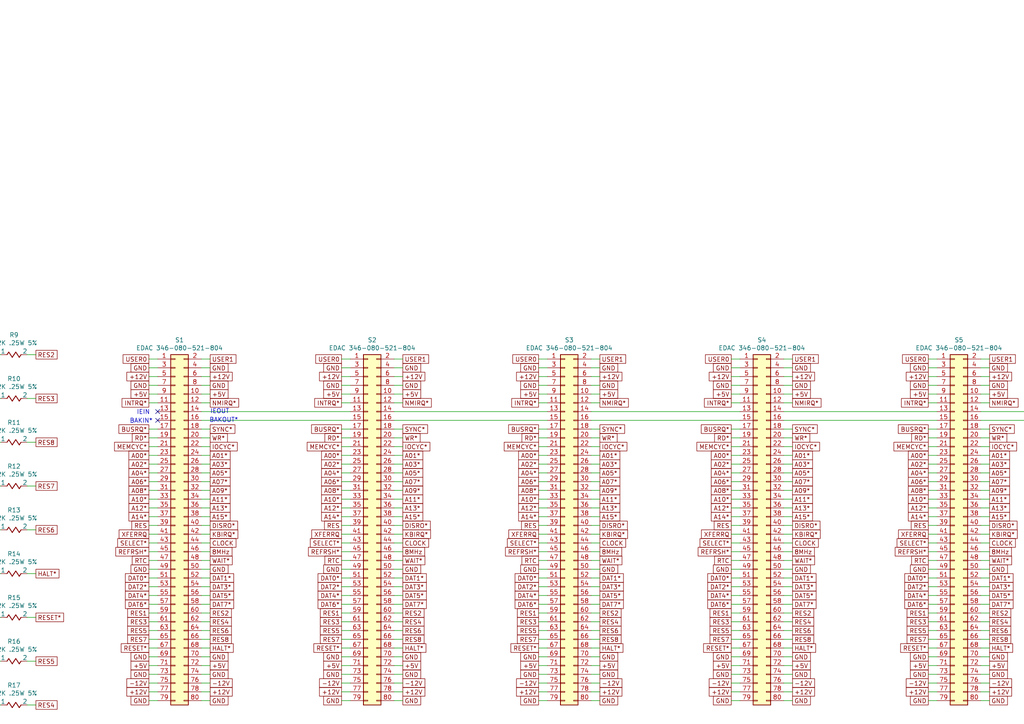
<source format=kicad_sch>
(kicad_sch (version 20211123) (generator eeschema)
  (paper "A4")
  (junction (at -106.68 106.68))
  (junction (at -144.78 106.68))
  (junction (at -129.54 104.14))
  (junction (at -95.25 106.68))
  (junction (at -83.82 101.6))
  (junction (at -73.66 101.6))
  (junction (at -144.78 104.14))
  (junction (at -119.38 104.14))
  (no_connect (at 45.72 119.38))
  (no_connect (at 45.72 121.92))
  (no_connect (at -99.314 155.702))
  (no_connect (at -82.804 155.702))
  (no_connect (at -99.314 153.162))
  (no_connect (at 454.66 119.38))
  (no_connect (at -99.314 202.692))
  (no_connect (at -99.314 170.942))
  (no_connect (at 454.66 121.92))
  (no_connect (at -99.314 158.242))
  (wire (pts (xy 214.63 160.02) (xy 212.09 160.02)))
  (wire (pts (xy 0.254 115.57) (xy -6.096 115.57)))
  (wire (pts (xy 114.3 142.24) (xy 116.84 142.24)))
  (wire (pts (xy 269.24 111.76) (xy 271.78 111.76)))
  (wire (pts (xy 60.96 116.84) (xy 58.42 116.84)))
  (wire (pts (xy 383.54 127) (xy 386.08 127)))
  (wire (pts (xy 212.09 152.4) (xy 214.63 152.4)))
  (wire (pts (xy 214.63 154.94) (xy 212.09 154.94)))
  (wire (pts (xy -31.496 166.116) (xy -28.956 166.116)))
  (wire (pts (xy -105.664 168.402) (xy -99.314 168.402)))
  (wire (pts (xy 398.78 167.64) (xy 401.32 167.64)))
  (wire (pts (xy -77.724 197.612) (xy -82.804 197.612)))
  (wire (pts (xy 398.78 147.32) (xy 401.32 147.32)))
  (wire (pts (xy 269.24 182.88) (xy 271.78 182.88)))
  (wire (pts (xy 325.12 106.68) (xy 327.66 106.68)))
  (wire (pts (xy 212.09 167.64) (xy 214.63 167.64)))
  (wire (pts (xy -144.78 106.68) (xy -144.78 109.22)))
  (wire (pts (xy 156.21 109.22) (xy 158.75 109.22)))
  (wire (pts (xy 386.08 175.26) (xy 383.54 175.26)))
  (wire (pts (xy 439.42 142.24) (xy 441.96 142.24)))
  (wire (pts (xy 156.21 127) (xy 158.75 127)))
  (wire (pts (xy 269.24 116.84) (xy 271.78 116.84)))
  (wire (pts (xy 457.2 111.76) (xy 454.66 111.76)))
  (wire (pts (xy 398.78 149.86) (xy 401.32 149.86)))
  (wire (pts (xy 173.99 175.26) (xy 171.45 175.26)))
  (wire (pts (xy 439.42 111.76) (xy 441.96 111.76)))
  (wire (pts (xy 212.09 172.72) (xy 214.63 172.72)))
  (wire (pts (xy 327.66 193.04) (xy 325.12 193.04)))
  (wire (pts (xy 269.24 142.24) (xy 271.78 142.24)))
  (wire (pts (xy 214.63 175.26) (xy 212.09 175.26)))
  (wire (pts (xy 287.02 170.18) (xy 284.48 170.18)))
  (wire (pts (xy 398.78 182.88) (xy 401.32 182.88)))
  (wire (pts (xy 171.45 193.04) (xy 173.99 193.04)))
  (wire (pts (xy 45.72 160.02) (xy 43.18 160.02)))
  (wire (pts (xy 116.84 175.26) (xy 114.3 175.26)))
  (wire (pts (xy 325.12 132.08) (xy 327.66 132.08)))
  (wire (pts (xy 60.96 203.2) (xy 58.42 203.2)))
  (wire (pts (xy 401.32 111.76) (xy 398.78 111.76)))
  (wire (pts (xy 214.63 144.78) (xy 212.09 144.78)))
  (wire (pts (xy -28.956 115.316) (xy -31.496 115.316)))
  (wire (pts (xy 229.87 200.66) (xy 227.33 200.66)))
  (wire (pts (xy 284.48 172.72) (xy 287.02 172.72)))
  (wire (pts (xy 101.6 170.18) (xy 99.06 170.18)))
  (wire (pts (xy 43.18 111.76) (xy 45.72 111.76)))
  (wire (pts (xy 156.21 134.62) (xy 158.75 134.62)))
  (wire (pts (xy 212.09 157.48) (xy 214.63 157.48)))
  (wire (pts (xy -129.54 120.65) (xy -129.54 129.54)))
  (wire (pts (xy -39.116 115.316) (xy -45.466 115.316)))
  (wire (pts (xy 342.9 170.18) (xy 340.36 170.18)))
  (wire (pts (xy 158.75 114.3) (xy 156.21 114.3)))
  (wire (pts (xy 271.78 154.94) (xy 269.24 154.94)))
  (wire (pts (xy 383.54 109.22) (xy 386.08 109.22)))
  (wire (pts (xy 229.87 185.42) (xy 227.33 185.42)))
  (wire (pts (xy 227.33 157.48) (xy 229.87 157.48)))
  (wire (pts (xy 457.2 180.34) (xy 454.66 180.34)))
  (wire (pts (xy 173.99 203.2) (xy 171.45 203.2)))
  (wire (pts (xy 325.12 142.24) (xy 327.66 142.24)))
  (wire (pts (xy 43.18 142.24) (xy 45.72 142.24)))
  (wire (pts (xy 156.21 182.88) (xy 158.75 182.88)))
  (wire (pts (xy 227.33 182.88) (xy 229.87 182.88)))
  (wire (pts (xy 156.21 157.48) (xy 158.75 157.48)))
  (wire (pts (xy 327.66 149.86) (xy 325.12 149.86)))
  (wire (pts (xy 398.78 129.54) (xy 401.32 129.54)))
  (wire (pts (xy -105.664 187.452) (xy -99.314 187.452)))
  (wire (pts (xy 457.2 106.68) (xy 454.66 106.68)))
  (wire (pts (xy 454.66 152.4) (xy 457.2 152.4)))
  (wire (pts (xy 99.06 147.32) (xy 101.6 147.32)))
  (wire (pts (xy 340.36 119.38) (xy 386.08 119.38)))
  (wire (pts (xy -39.116 140.716) (xy -45.466 140.716)))
  (wire (pts (xy 171.45 134.62) (xy 173.99 134.62)))
  (wire (pts (xy 229.87 195.58) (xy 227.33 195.58)))
  (wire (pts (xy 271.78 175.26) (xy 269.24 175.26)))
  (wire (pts (xy 383.54 187.96) (xy 386.08 187.96)))
  (wire (pts (xy 158.75 139.7) (xy 156.21 139.7)))
  (wire (pts (xy 156.21 111.76) (xy 158.75 111.76)))
  (wire (pts (xy 158.75 170.18) (xy 156.21 170.18)))
  (wire (pts (xy 60.96 104.14) (xy 58.42 104.14)))
  (wire (pts (xy 271.78 114.3) (xy 269.24 114.3)))
  (wire (pts (xy 43.18 132.08) (xy 45.72 132.08)))
  (wire (pts (xy 43.18 177.8) (xy 45.72 177.8)))
  (wire (pts (xy -77.724 165.862) (xy -82.804 165.862)))
  (wire (pts (xy 60.96 175.26) (xy 58.42 175.26)))
  (wire (pts (xy 101.6 144.78) (xy 99.06 144.78)))
  (wire (pts (xy 327.66 144.78) (xy 325.12 144.78)))
  (wire (pts (xy 99.06 200.66) (xy 101.6 200.66)))
  (wire (pts (xy 212.09 190.5) (xy 214.63 190.5)))
  (wire (pts (xy 398.78 114.3) (xy 401.32 114.3)))
  (wire (pts (xy 454.66 129.54) (xy 457.2 129.54)))
  (wire (pts (xy 383.54 116.84) (xy 386.08 116.84)))
  (wire (pts (xy 171.45 172.72) (xy 173.99 172.72)))
  (wire (pts (xy 439.42 129.54) (xy 441.96 129.54)))
  (wire (pts (xy -99.314 189.992) (xy -105.664 189.992)))
  (wire (pts (xy 0.254 128.27) (xy -6.096 128.27)))
  (wire (pts (xy -132.08 106.68) (xy -106.68 106.68)))
  (wire (pts (xy 342.9 175.26) (xy 340.36 175.26)))
  (wire (pts (xy 441.96 175.26) (xy 439.42 175.26)))
  (wire (pts (xy 398.78 139.7) (xy 401.32 139.7)))
  (wire (pts (xy 156.21 152.4) (xy 158.75 152.4)))
  (wire (pts (xy 457.2 165.1) (xy 454.66 165.1)))
  (wire (pts (xy -77.724 184.912) (xy -82.804 184.912)))
  (wire (pts (xy 229.87 175.26) (xy 227.33 175.26)))
  (wire (pts (xy 454.66 198.12) (xy 457.2 198.12)))
  (wire (pts (xy -77.724 170.942) (xy -82.804 170.942)))
  (wire (pts (xy 439.42 167.64) (xy 441.96 167.64)))
  (wire (pts (xy 401.32 165.1) (xy 398.78 165.1)))
  (wire (pts (xy -105.664 160.782) (xy -99.314 160.782)))
  (wire (pts (xy 441.96 149.86) (xy 439.42 149.86)))
  (wire (pts (xy 114.3 127) (xy 116.84 127)))
  (wire (pts (xy 58.42 149.86) (xy 60.96 149.86)))
  (wire (pts (xy -106.68 106.68) (xy -95.25 106.68)))
  (wire (pts (xy 284.48 144.78) (xy 287.02 144.78)))
  (wire (pts (xy 158.75 198.12) (xy 156.21 198.12)))
  (wire (pts (xy 398.78 160.02) (xy 401.32 160.02)))
  (wire (pts (xy 58.42 198.12) (xy 60.96 198.12)))
  (wire (pts (xy 227.33 132.08) (xy 229.87 132.08)))
  (wire (pts (xy 212.09 142.24) (xy 214.63 142.24)))
  (wire (pts (xy 158.75 162.56) (xy 156.21 162.56)))
  (wire (pts (xy 269.24 165.1) (xy 271.78 165.1)))
  (wire (pts (xy 284.48 139.7) (xy 287.02 139.7)))
  (wire (pts (xy 99.06 190.5) (xy 101.6 190.5)))
  (wire (pts (xy -99.314 192.532) (xy -105.664 192.532)))
  (wire (pts (xy 45.72 185.42) (xy 43.18 185.42)))
  (wire (pts (xy 60.96 195.58) (xy 58.42 195.58)))
  (wire (pts (xy 171.45 132.08) (xy 173.99 132.08)))
  (wire (pts (xy -83.82 129.54) (xy -83.82 120.65)))
  (wire (pts (xy 325.12 111.76) (xy 327.66 111.76)))
  (wire (pts (xy 101.6 175.26) (xy 99.06 175.26)))
  (wire (pts (xy 327.66 114.3) (xy 325.12 114.3)))
  (wire (pts (xy 7.874 115.57) (xy 10.414 115.57)))
  (wire (pts (xy 171.45 160.02) (xy 173.99 160.02)))
  (wire (pts (xy -77.724 195.072) (xy -82.804 195.072)))
  (wire (pts (xy 43.18 200.66) (xy 45.72 200.66)))
  (wire (pts (xy 171.45 162.56) (xy 173.99 162.56)))
  (wire (pts (xy 45.72 162.56) (xy 43.18 162.56)))
  (wire (pts (xy 439.42 200.66) (xy 441.96 200.66)))
  (wire (pts (xy 156.21 190.5) (xy 158.75 190.5)))
  (wire (pts (xy 60.96 170.18) (xy 58.42 170.18)))
  (wire (pts (xy -82.804 168.402) (xy -77.724 168.402)))
  (wire (pts (xy 58.42 182.88) (xy 60.96 182.88)))
  (wire (pts (xy 340.36 129.54) (xy 342.9 129.54)))
  (wire (pts (xy 45.72 154.94) (xy 43.18 154.94)))
  (wire (pts (xy 45.72 114.3) (xy 43.18 114.3)))
  (wire (pts (xy 269.24 132.08) (xy 271.78 132.08)))
  (wire (pts (xy 454.66 167.64) (xy 457.2 167.64)))
  (wire (pts (xy 99.06 124.46) (xy 101.6 124.46)))
  (wire (pts (xy 60.96 185.42) (xy 58.42 185.42)))
  (wire (pts (xy 58.42 114.3) (xy 60.96 114.3)))
  (wire (pts (xy 325.12 152.4) (xy 327.66 152.4)))
  (wire (pts (xy 114.3 160.02) (xy 116.84 160.02)))
  (wire (pts (xy 158.75 160.02) (xy 156.21 160.02)))
  (wire (pts (xy 271.78 149.86) (xy 269.24 149.86)))
  (wire (pts (xy 284.48 149.86) (xy 287.02 149.86)))
  (wire (pts (xy 269.24 200.66) (xy 271.78 200.66)))
  (wire (pts (xy 383.54 200.66) (xy 386.08 200.66)))
  (wire (pts (xy 7.874 153.67) (xy 10.414 153.67)))
  (wire (pts (xy 212.09 203.2) (xy 214.63 203.2)))
  (wire (pts (xy 457.2 203.2) (xy 454.66 203.2)))
  (wire (pts (xy 214.63 170.18) (xy 212.09 170.18)))
  (wire (pts (xy 327.66 198.12) (xy 325.12 198.12)))
  (wire (pts (xy 227.33 134.62) (xy 229.87 134.62)))
  (wire (pts (xy 383.54 106.68) (xy 386.08 106.68)))
  (wire (pts (xy 45.72 175.26) (xy 43.18 175.26)))
  (wire (pts (xy -106.68 129.54) (xy -106.68 120.65)))
  (wire (pts (xy 227.33 139.7) (xy 229.87 139.7)))
  (wire (pts (xy 227.33 147.32) (xy 229.87 147.32)))
  (wire (pts (xy 99.06 116.84) (xy 101.6 116.84)))
  (wire (pts (xy 58.42 137.16) (xy 60.96 137.16)))
  (wire (pts (xy 99.06 172.72) (xy 101.6 172.72)))
  (wire (pts (xy 401.32 124.46) (xy 398.78 124.46)))
  (wire (pts (xy 212.09 132.08) (xy 214.63 132.08)))
  (wire (pts (xy 441.96 170.18) (xy 439.42 170.18)))
  (wire (pts (xy 116.84 124.46) (xy 114.3 124.46)))
  (wire (pts (xy -82.804 187.452) (xy -77.724 187.452)))
  (wire (pts (xy 158.75 144.78) (xy 156.21 144.78)))
  (wire (pts (xy 45.72 198.12) (xy 43.18 198.12)))
  (wire (pts (xy 342.9 200.66) (xy 340.36 200.66)))
  (wire (pts (xy 325.12 195.58) (xy 327.66 195.58)))
  (wire (pts (xy 398.78 142.24) (xy 401.32 142.24)))
  (wire (pts (xy -28.956 140.716) (xy -31.496 140.716)))
  (wire (pts (xy 58.42 139.7) (xy 60.96 139.7)))
  (wire (pts (xy 327.66 162.56) (xy 325.12 162.56)))
  (wire (pts (xy 58.42 134.62) (xy 60.96 134.62)))
  (wire (pts (xy 284.48 152.4) (xy 287.02 152.4)))
  (wire (pts (xy -39.116 191.516) (xy -45.466 191.516)))
  (wire (pts (xy 99.06 157.48) (xy 101.6 157.48)))
  (wire (pts (xy 383.54 182.88) (xy 386.08 182.88)))
  (wire (pts (xy 269.24 177.8) (xy 271.78 177.8)))
  (wire (pts (xy 439.42 182.88) (xy 441.96 182.88)))
  (wire (pts (xy 116.84 190.5) (xy 114.3 190.5)))
  (wire (pts (xy 439.42 109.22) (xy 441.96 109.22)))
  (wire (pts (xy 327.66 121.92) (xy 284.48 121.92)))
  (wire (pts (xy -132.08 104.14) (xy -129.54 104.14)))
  (wire (pts (xy 116.84 109.22) (xy 114.3 109.22)))
  (wire (pts (xy 454.66 193.04) (xy 457.2 193.04)))
  (wire (pts (xy 441.96 193.04) (xy 439.42 193.04)))
  (wire (pts (xy 158.75 185.42) (xy 156.21 185.42)))
  (wire (pts (xy 229.87 165.1) (xy 227.33 165.1)))
  (wire (pts (xy 114.3 149.86) (xy 116.84 149.86)))
  (wire (pts (xy 284.48 187.96) (xy 287.02 187.96)))
  (wire (pts (xy 171.45 157.48) (xy 173.99 157.48)))
  (wire (pts (xy 287.02 190.5) (xy 284.48 190.5)))
  (wire (pts (xy 340.36 154.94) (xy 342.9 154.94)))
  (wire (pts (xy 212.09 137.16) (xy 214.63 137.16)))
  (wire (pts (xy 269.24 127) (xy 271.78 127)))
  (wire (pts (xy 327.66 160.02) (xy 325.12 160.02)))
  (wire (pts (xy 101.6 121.92) (xy 58.42 121.92)))
  (wire (pts (xy 325.12 109.22) (xy 327.66 109.22)))
  (wire (pts (xy 383.54 134.62) (xy 386.08 134.62)))
  (wire (pts (xy 43.18 124.46) (xy 45.72 124.46)))
  (wire (pts (xy 60.96 111.76) (xy 58.42 111.76)))
  (wire (pts (xy 58.42 162.56) (xy 60.96 162.56)))
  (wire (pts (xy 116.84 106.68) (xy 114.3 106.68)))
  (wire (pts (xy 156.21 195.58) (xy 158.75 195.58)))
  (wire (pts (xy 227.33 154.94) (xy 229.87 154.94)))
  (wire (pts (xy -28.956 153.416) (xy -31.496 153.416)))
  (wire (pts (xy 284.48 137.16) (xy 287.02 137.16)))
  (wire (pts (xy 457.2 190.5) (xy 454.66 190.5)))
  (wire (pts (xy 284.48 129.54) (xy 287.02 129.54)))
  (wire (pts (xy 214.63 180.34) (xy 212.09 180.34)))
  (wire (pts (xy 398.78 154.94) (xy 401.32 154.94)))
  (wire (pts (xy 340.36 132.08) (xy 342.9 132.08)))
  (wire (pts (xy -95.25 106.68) (xy -68.58 106.68)))
  (wire (pts (xy 212.09 195.58) (xy 214.63 195.58)))
  (wire (pts (xy 287.02 106.68) (xy 284.48 106.68)))
  (wire (pts (xy 454.66 177.8) (xy 457.2 177.8)))
  (wire (pts (xy -39.116 166.116) (xy -45.466 166.116)))
  (wire (pts (xy 269.24 152.4) (xy 271.78 152.4)))
  (wire (pts (xy 171.45 114.3) (xy 173.99 114.3)))
  (wire (pts (xy 454.66 137.16) (xy 457.2 137.16)))
  (wire (pts (xy 101.6 114.3) (xy 99.06 114.3)))
  (wire (pts (xy 386.08 162.56) (xy 383.54 162.56)))
  (wire (pts (xy 327.66 180.34) (xy 325.12 180.34)))
  (wire (pts (xy 327.66 154.94) (xy 325.12 154.94)))
  (wire (pts (xy 342.9 195.58) (xy 340.36 195.58)))
  (wire (pts (xy -77.724 163.322) (xy -82.804 163.322)))
  (wire (pts (xy 383.54 172.72) (xy 386.08 172.72)))
  (wire (pts (xy 401.32 109.22) (xy 398.78 109.22)))
  (wire (pts (xy 227.33 137.16) (xy 229.87 137.16)))
  (wire (pts (xy 171.45 137.16) (xy 173.99 137.16)))
  (wire (pts (xy 173.99 170.18) (xy 171.45 170.18)))
  (wire (pts (xy 173.99 104.14) (xy 171.45 104.14)))
  (wire (pts (xy 214.63 185.42) (xy 212.09 185.42)))
  (wire (pts (xy 383.54 195.58) (xy 386.08 195.58)))
  (wire (pts (xy 287.02 195.58) (xy 284.48 195.58)))
  (wire (pts (xy -73.66 101.6) (xy -73.66 121.92)))
  (wire (pts (xy 60.96 106.68) (xy 58.42 106.68)))
  (wire (pts (xy 271.78 180.34) (xy 269.24 180.34)))
  (wire (pts (xy 171.45 119.38) (xy 214.63 119.38)))
  (wire (pts (xy 227.33 142.24) (xy 229.87 142.24)))
  (wire (pts (xy 340.36 137.16) (xy 342.9 137.16)))
  (wire (pts (xy 325.12 129.54) (xy 327.66 129.54)))
  (wire (pts (xy 454.66 187.96) (xy 457.2 187.96)))
  (wire (pts (xy 171.45 187.96) (xy 173.99 187.96)))
  (wire (pts (xy -106.68 106.68) (xy -106.68 113.03)))
  (wire (pts (xy 340.36 127) (xy 342.9 127)))
  (wire (pts (xy 214.63 114.3) (xy 212.09 114.3)))
  (wire (pts (xy 383.54 167.64) (xy 386.08 167.64)))
  (wire (pts (xy 43.18 182.88) (xy 45.72 182.88)))
  (wire (pts (xy 340.36 149.86) (xy 342.9 149.86)))
  (wire (pts (xy 173.99 180.34) (xy 171.45 180.34)))
  (wire (pts (xy 0.254 140.97) (xy -6.096 140.97)))
  (wire (pts (xy 325.12 203.2) (xy 327.66 203.2)))
  (wire (pts (xy 401.32 104.14) (xy 398.78 104.14)))
  (wire (pts (xy 99.06 132.08) (xy 101.6 132.08)))
  (wire (pts (xy 99.06 134.62) (xy 101.6 134.62)))
  (wire (pts (xy 386.08 144.78) (xy 383.54 144.78)))
  (wire (pts (xy 101.6 198.12) (xy 99.06 198.12)))
  (wire (pts (xy 227.33 167.64) (xy 229.87 167.64)))
  (wire (pts (xy 156.21 172.72) (xy 158.75 172.72)))
  (wire (pts (xy 457.2 170.18) (xy 454.66 170.18)))
  (wire (pts (xy 269.24 187.96) (xy 271.78 187.96)))
  (wire (pts (xy 340.36 147.32) (xy 342.9 147.32)))
  (wire (pts (xy 171.45 144.78) (xy 173.99 144.78)))
  (wire (pts (xy 156.21 200.66) (xy 158.75 200.66)))
  (wire (pts (xy 45.72 139.7) (xy 43.18 139.7)))
  (wire (pts (xy 158.75 175.26) (xy 156.21 175.26)))
  (wire (pts (xy 99.06 142.24) (xy 101.6 142.24)))
  (wire (pts (xy 269.24 167.64) (xy 271.78 167.64)))
  (wire (pts (xy 173.99 185.42) (xy 171.45 185.42)))
  (wire (pts (xy 287.02 165.1) (xy 284.48 165.1)))
  (wire (pts (xy 342.9 106.68) (xy 340.36 106.68)))
  (wire (pts (xy 287.02 185.42) (xy 284.48 185.42)))
  (wire (pts (xy 457.2 109.22) (xy 454.66 109.22)))
  (wire (pts (xy 158.75 154.94) (xy 156.21 154.94)))
  (wire (pts (xy 401.32 203.2) (xy 398.78 203.2)))
  (wire (pts (xy 398.78 132.08) (xy 401.32 132.08)))
  (wire (pts (xy 156.21 203.2) (xy 158.75 203.2)))
  (wire (pts (xy 287.02 124.46) (xy 284.48 124.46)))
  (wire (pts (xy 229.87 116.84) (xy 227.33 116.84)))
  (wire (pts (xy 7.874 102.87) (xy 10.414 102.87)))
  (wire (pts (xy 212.09 109.22) (xy 214.63 109.22)))
  (wire (pts (xy 269.24 124.46) (xy 271.78 124.46)))
  (wire (pts (xy 173.99 109.22) (xy 171.45 109.22)))
  (wire (pts (xy 439.42 165.1) (xy 441.96 165.1)))
  (wire (pts (xy 58.42 154.94) (xy 60.96 154.94)))
  (wire (pts (xy -31.496 128.016) (xy -28.956 128.016)))
  (wire (pts (xy 325.12 147.32) (xy 327.66 147.32)))
  (wire (pts (xy 454.66 132.08) (xy 457.2 132.08)))
  (wire (pts (xy -82.804 158.242) (xy -77.724 158.242)))
  (wire (pts (xy 171.45 147.32) (xy 173.99 147.32)))
  (wire (pts (xy 271.78 139.7) (xy 269.24 139.7)))
  (wire (pts (xy 171.45 177.8) (xy 173.99 177.8)))
  (wire (pts (xy 171.45 149.86) (xy 173.99 149.86)))
  (wire (pts (xy 58.42 127) (xy 60.96 127)))
  (wire (pts (xy 0.254 153.67) (xy -6.096 153.67)))
  (wire (pts (xy 287.02 175.26) (xy 284.48 175.26)))
  (wire (pts (xy 99.06 129.54) (xy 101.6 129.54)))
  (wire (pts (xy 340.36 193.04) (xy 342.9 193.04)))
  (wire (pts (xy 214.63 139.7) (xy 212.09 139.7)))
  (wire (pts (xy 43.18 203.2) (xy 45.72 203.2)))
  (wire (pts (xy 0.254 166.37) (xy -6.096 166.37)))
  (wire (pts (xy 271.78 193.04) (xy 269.24 193.04)))
  (wire (pts (xy 454.66 157.48) (xy 457.2 157.48)))
  (wire (pts (xy 401.32 185.42) (xy 398.78 185.42)))
  (wire (pts (xy 439.42 190.5) (xy 441.96 190.5)))
  (wire (pts (xy 43.18 157.48) (xy 45.72 157.48)))
  (wire (pts (xy 212.09 187.96) (xy 214.63 187.96)))
  (wire (pts (xy 114.3 114.3) (xy 116.84 114.3)))
  (wire (pts (xy 441.96 198.12) (xy 439.42 198.12)))
  (wire (pts (xy 45.72 180.34) (xy 43.18 180.34)))
  (wire (pts (xy 342.9 165.1) (xy 340.36 165.1)))
  (wire (pts (xy 227.33 127) (xy 229.87 127)))
  (wire (pts (xy -39.116 178.816) (xy -45.466 178.816)))
  (wire (pts (xy 99.06 165.1) (xy 101.6 165.1)))
  (wire (pts (xy 229.87 104.14) (xy 227.33 104.14)))
  (wire (pts (xy 101.6 193.04) (xy 99.06 193.04)))
  (wire (pts (xy 386.08 180.34) (xy 383.54 180.34)))
  (wire (pts (xy -31.496 178.816) (xy -28.956 178.816)))
  (wire (pts (xy 212.09 129.54) (xy 214.63 129.54)))
  (wire (pts (xy 325.12 157.48) (xy 327.66 157.48)))
  (wire (pts (xy 229.87 203.2) (xy 227.33 203.2)))
  (wire (pts (xy 325.12 124.46) (xy 327.66 124.46)))
  (wire (pts (xy 325.12 177.8) (xy 327.66 177.8)))
  (wire (pts (xy 284.48 193.04) (xy 287.02 193.04)))
  (wire (pts (xy 271.78 185.42) (xy 269.24 185.42)))
  (wire (pts (xy 342.9 185.42) (xy 340.36 185.42)))
  (wire (pts (xy 284.48 134.62) (xy 287.02 134.62)))
  (wire (pts (xy 439.42 195.58) (xy 441.96 195.58)))
  (wire (pts (xy 114.3 144.78) (xy 116.84 144.78)))
  (wire (pts (xy 114.3 132.08) (xy 116.84 132.08)))
  (wire (pts (xy 454.66 134.62) (xy 457.2 134.62)))
  (wire (pts (xy 398.78 177.8) (xy 401.32 177.8)))
  (wire (pts (xy 454.66 154.94) (xy 457.2 154.94)))
  (wire (pts (xy 227.33 177.8) (xy 229.87 177.8)))
  (wire (pts (xy 383.54 203.2) (xy 386.08 203.2)))
  (wire (pts (xy -39.116 128.016) (xy -45.466 128.016)))
  (wire (pts (xy 227.33 129.54) (xy 229.87 129.54)))
  (wire (pts (xy 457.2 200.66) (xy 454.66 200.66)))
  (wire (pts (xy 340.36 134.62) (xy 342.9 134.62)))
  (wire (pts (xy 383.54 190.5) (xy 386.08 190.5)))
  (wire (pts (xy 383.54 111.76) (xy 386.08 111.76)))
  (wire (pts (xy 454.66 162.56) (xy 457.2 162.56)))
  (wire (pts (xy 0.254 204.47) (xy -6.096 204.47)))
  (wire (pts (xy 441.96 154.94) (xy 439.42 154.94)))
  (wire (pts (xy 114.3 157.48) (xy 116.84 157.48)))
  (wire (pts (xy 229.87 190.5) (xy 227.33 190.5)))
  (wire (pts (xy 401.32 116.84) (xy 398.78 116.84)))
  (wire (pts (xy 284.48 177.8) (xy 287.02 177.8)))
  (wire (pts (xy 383.54 152.4) (xy 386.08 152.4)))
  (wire (pts (xy -99.314 184.912) (xy -105.664 184.912)))
  (wire (pts (xy 383.54 165.1) (xy 386.08 165.1)))
  (wire (pts (xy 99.06 111.76) (xy 101.6 111.76)))
  (wire (pts (xy 171.45 152.4) (xy 173.99 152.4)))
  (wire (pts (xy 114.3 167.64) (xy 116.84 167.64)))
  (wire (pts (xy 45.72 170.18) (xy 43.18 170.18)))
  (wire (pts (xy 58.42 152.4) (xy 60.96 152.4)))
  (wire (pts (xy 58.42 132.08) (xy 60.96 132.08)))
  (wire (pts (xy -132.08 101.6) (xy -83.82 101.6)))
  (wire (pts (xy 284.48 154.94) (xy 287.02 154.94)))
  (wire (pts (xy 7.874 166.37) (xy 10.414 166.37)))
  (wire (pts (xy 171.45 167.64) (xy 173.99 167.64)))
  (wire (pts (xy 0.254 102.87) (xy -6.096 102.87)))
  (wire (pts (xy 383.54 132.08) (xy 386.08 132.08)))
  (wire (pts (xy 327.66 139.7) (xy 325.12 139.7)))
  (wire (pts (xy 325.12 182.88) (xy 327.66 182.88)))
  (wire (pts (xy 284.48 114.3) (xy 287.02 114.3)))
  (wire (pts (xy 114.3 162.56) (xy 116.84 162.56)))
  (wire (pts (xy 454.66 142.24) (xy 457.2 142.24)))
  (wire (pts (xy 116.84 111.76) (xy 114.3 111.76)))
  (wire (pts (xy 287.02 111.76) (xy 284.48 111.76)))
  (wire (pts (xy 398.78 134.62) (xy 401.32 134.62)))
  (wire (pts (xy 342.9 190.5) (xy 340.36 190.5)))
  (wire (pts (xy 401.32 175.26) (xy 398.78 175.26)))
  (wire (pts (xy 156.21 177.8) (xy 158.75 177.8)))
  (wire (pts (xy 156.21 147.32) (xy 158.75 147.32)))
  (wire (pts (xy 229.87 170.18) (xy 227.33 170.18)))
  (wire (pts (xy 114.3 193.04) (xy 116.84 193.04)))
  (wire (pts (xy -95.25 106.68) (xy -95.25 121.92)))
  (wire (pts (xy 439.42 132.08) (xy 441.96 132.08)))
  (wire (pts (xy 439.42 172.72) (xy 441.96 172.72)))
  (wire (pts (xy 287.02 104.14) (xy 284.48 104.14)))
  (wire (pts (xy 43.18 147.32) (xy 45.72 147.32)))
  (wire (pts (xy 340.36 182.88) (xy 342.9 182.88)))
  (wire (pts (xy 116.84 165.1) (xy 114.3 165.1)))
  (wire (pts (xy 340.36 187.96) (xy 342.9 187.96)))
  (wire (pts (xy 325.12 200.66) (xy 327.66 200.66)))
  (wire (pts (xy 116.84 185.42) (xy 114.3 185.42)))
  (wire (pts (xy 457.2 116.84) (xy 454.66 116.84)))
  (wire (pts (xy 229.87 111.76) (xy 227.33 111.76)))
  (wire (pts (xy 386.08 193.04) (xy 383.54 193.04)))
  (wire (pts (xy 398.78 127) (xy 401.32 127)))
  (wire (pts (xy 60.96 180.34) (xy 58.42 180.34)))
  (wire (pts (xy 342.9 111.76) (xy 340.36 111.76)))
  (wire (pts (xy 401.32 180.34) (xy 398.78 180.34)))
  (wire (pts (xy 441.96 139.7) (xy 439.42 139.7)))
  (wire (pts (xy 212.09 147.32) (xy 214.63 147.32)))
  (wire (pts (xy 269.24 109.22) (xy 271.78 109.22)))
  (wire (pts (xy 58.42 157.48) (xy 60.96 157.48)))
  (wire (pts (xy 439.42 187.96) (xy 441.96 187.96)))
  (wire (pts (xy 101.6 185.42) (xy 99.06 185.42)))
  (wire (pts (xy 398.78 172.72) (xy 401.32 172.72)))
  (wire (pts (xy 441.96 185.42) (xy 439.42 185.42)))
  (wire (pts (xy 398.78 152.4) (xy 401.32 152.4)))
  (wire (pts (xy 386.08 149.86) (xy 383.54 149.86)))
  (wire (pts (xy 340.36 144.78) (xy 342.9 144.78)))
  (wire (pts (xy 171.45 198.12) (xy 173.99 198.12)))
  (wire (pts (xy 325.12 167.64) (xy 327.66 167.64)))
  (wire (pts (xy 269.24 190.5) (xy 271.78 190.5)))
  (wire (pts (xy 439.42 116.84) (xy 441.96 116.84)))
  (wire (pts (xy 43.18 195.58) (xy 45.72 195.58)))
  (wire (pts (xy 114.3 172.72) (xy 116.84 172.72)))
  (wire (pts (xy 457.2 185.42) (xy 454.66 185.42)))
  (wire (pts (xy 439.42 127) (xy 441.96 127)))
  (wire (pts (xy 214.63 162.56) (xy 212.09 162.56)))
  (wire (pts (xy -83.82 101.6) (xy -73.66 101.6)))
  (wire (pts (xy 60.96 200.66) (xy 58.42 200.66)))
  (wire (pts (xy 439.42 124.46) (xy 441.96 124.46)))
  (wire (pts (xy 156.21 165.1) (xy 158.75 165.1)))
  (wire (pts (xy 383.54 137.16) (xy 386.08 137.16)))
  (wire (pts (xy -39.116 102.616) (xy -45.466 102.616)))
  (wire (pts (xy -83.82 101.6) (xy -83.82 113.03)))
  (wire (pts (xy 227.33 187.96) (xy 229.87 187.96)))
  (wire (pts (xy 342.9 124.46) (xy 340.36 124.46)))
  (wire (pts (xy 101.6 162.56) (xy 99.06 162.56)))
  (wire (pts (xy 269.24 172.72) (xy 271.78 172.72)))
  (wire (pts (xy 439.42 137.16) (xy 441.96 137.16)))
  (wire (pts (xy 227.33 162.56) (xy 229.87 162.56)))
  (wire (pts (xy -77.724 200.152) (xy -82.804 200.152)))
  (wire (pts (xy 383.54 124.46) (xy 386.08 124.46)))
  (wire (pts (xy 173.99 165.1) (xy 171.45 165.1)))
  (wire (pts (xy 158.75 193.04) (xy 156.21 193.04)))
  (wire (pts (xy 156.21 124.46) (xy 158.75 124.46)))
  (wire (pts (xy 43.18 165.1) (xy 45.72 165.1)))
  (wire (pts (xy -144.78 104.14) (xy -144.78 106.68)))
  (wire (pts (xy 271.78 198.12) (xy 269.24 198.12)))
  (wire (pts (xy 58.42 119.38) (xy 101.6 119.38)))
  (wire (pts (xy 398.78 162.56) (xy 401.32 162.56)))
  (wire (pts (xy 340.36 160.02) (xy 342.9 160.02)))
  (wire (pts (xy 340.36 139.7) (xy 342.9 139.7)))
  (wire (pts (xy 227.33 144.78) (xy 229.87 144.78)))
  (wire (pts (xy 342.9 180.34) (xy 340.36 180.34)))
  (wire (pts (xy 340.36 114.3) (xy 342.9 114.3)))
  (wire (pts (xy 212.09 111.76) (xy 214.63 111.76)))
  (wire (pts (xy 58.42 147.32) (xy 60.96 147.32)))
  (wire (pts (xy 269.24 137.16) (xy 271.78 137.16)))
  (wire (pts (xy 101.6 154.94) (xy 99.06 154.94)))
  (wire (pts (xy -77.724 160.782) (xy -82.804 160.782)))
  (wire (pts (xy 227.33 198.12) (xy 229.87 198.12)))
  (wire (pts (xy 43.18 104.14) (xy 45.72 104.14)))
  (wire (pts (xy 156.21 104.14) (xy 158.75 104.14)))
  (wire (pts (xy 441.96 144.78) (xy 439.42 144.78)))
  (wire (pts (xy 10.414 204.47) (xy 7.874 204.47)))
  (wire (pts (xy 114.3 134.62) (xy 116.84 134.62)))
  (wire (pts (xy 398.78 137.16) (xy 401.32 137.16)))
  (wire (pts (xy -77.724 153.162) (xy -82.804 153.162)))
  (wire (pts (xy 454.66 182.88) (xy 457.2 182.88)))
  (wire (pts (xy 60.96 109.22) (xy 58.42 109.22)))
  (wire (pts (xy 214.63 121.92) (xy 171.45 121.92)))
  (wire (pts (xy 60.96 165.1) (xy 58.42 165.1)))
  (wire (pts (xy 457.2 104.14) (xy 454.66 104.14)))
  (wire (pts (xy 439.42 203.2) (xy 441.96 203.2)))
  (wire (pts (xy 441.96 160.02) (xy 439.42 160.02)))
  (wire (pts (xy 229.87 180.34) (xy 227.33 180.34)))
  (wire (pts (xy 398.78 144.78) (xy 401.32 144.78)))
  (wire (pts (xy 269.24 157.48) (xy 271.78 157.48)))
  (wire (pts (xy 101.6 180.34) (xy 99.06 180.34)))
  (wire (pts (xy 401.32 190.5) (xy 398.78 190.5)))
  (wire (pts (xy 43.18 190.5) (xy 45.72 190.5)))
  (wire (pts (xy 43.18 129.54) (xy 45.72 129.54)))
  (wire (pts (xy 325.12 190.5) (xy 327.66 190.5)))
  (wire (pts (xy 454.66 144.78) (xy 457.2 144.78)))
  (wire (pts (xy 454.66 114.3) (xy 457.2 114.3)))
  (wire (pts (xy 457.2 175.26) (xy 454.66 175.26)))
  (wire (pts (xy 439.42 106.68) (xy 441.96 106.68)))
  (wire (pts (xy 340.36 162.56) (xy 342.9 162.56)))
  (wire (pts (xy 325.12 172.72) (xy 327.66 172.72)))
  (wire (pts (xy 212.09 106.68) (xy 214.63 106.68)))
  (wire (pts (xy 398.78 119.38) (xy 441.96 119.38)))
  (wire (pts (xy 284.48 157.48) (xy 287.02 157.48)))
  (wire (pts (xy 227.33 114.3) (xy 229.87 114.3)))
  (wire (pts (xy 441.96 162.56) (xy 439.42 162.56)))
  (wire (pts (xy 101.6 160.02) (xy 99.06 160.02)))
  (wire (pts (xy 114.3 154.94) (xy 116.84 154.94)))
  (wire (pts (xy 58.42 142.24) (xy 60.96 142.24)))
  (wire (pts (xy -119.38 104.14) (xy -68.58 104.14)))
  (wire (pts (xy 439.42 152.4) (xy 441.96 152.4)))
  (wire (pts (xy -28.956 102.616) (xy -31.496 102.616)))
  (wire (pts (xy 383.54 147.32) (xy 386.08 147.32)))
  (wire (pts (xy 43.18 172.72) (xy 45.72 172.72)))
  (wire (pts (xy 386.08 154.94) (xy 383.54 154.94)))
  (wire (pts (xy 212.09 177.8) (xy 214.63 177.8)))
  (wire (pts (xy 212.09 116.84) (xy 214.63 116.84)))
  (wire (pts (xy 439.42 134.62) (xy 441.96 134.62)))
  (wire (pts (xy 99.06 182.88) (xy 101.6 182.88)))
  (wire (pts (xy 287.02 116.84) (xy 284.48 116.84)))
  (wire (pts (xy 10.414 191.77) (xy 7.874 191.77)))
  (wire (pts (xy 173.99 195.58) (xy 171.45 195.58)))
  (wire (pts (xy 269.24 134.62) (xy 271.78 134.62)))
  (wire (pts (xy 284.48 142.24) (xy 287.02 142.24)))
  (wire (pts (xy 156.21 132.08) (xy 158.75 132.08)))
  (wire (pts (xy 327.66 185.42) (xy 325.12 185.42)))
  (wire (pts (xy 99.06 152.4) (xy 101.6 152.4)))
  (wire (pts (xy 58.42 193.04) (xy 60.96 193.04)))
  (wire (pts (xy 214.63 198.12) (xy 212.09 198.12)))
  (wire (pts (xy 171.45 182.88) (xy 173.99 182.88)))
  (wire (pts (xy 58.42 160.02) (xy 60.96 160.02)))
  (wire (pts (xy 114.3 152.4) (xy 116.84 152.4)))
  (wire (pts (xy 227.33 193.04) (xy 229.87 193.04)))
  (wire (pts (xy 116.84 200.66) (xy 114.3 200.66)))
  (wire (pts (xy 457.2 124.46) (xy 454.66 124.46)))
  (wire (pts (xy 116.84 180.34) (xy 114.3 180.34)))
  (wire (pts (xy 173.99 111.76) (xy 171.45 111.76)))
  (wire (pts (xy 212.09 134.62) (xy 214.63 134.62)))
  (wire (pts (xy 101.6 139.7) (xy 99.06 139.7)))
  (wire (pts (xy 101.6 149.86) (xy 99.06 149.86)))
  (wire (pts (xy 454.66 172.72) (xy 457.2 172.72)))
  (wire (pts (xy 325.12 104.14) (xy 327.66 104.14)))
  (wire (pts (xy 58.42 167.64) (xy 60.96 167.64)))
  (wire (pts (xy 156.21 142.24) (xy 158.75 142.24)))
  (wire (pts (xy 227.33 152.4) (xy 229.87 152.4)))
  (wire (pts (xy 342.9 104.14) (xy 340.36 104.14)))
  (wire (pts (xy 58.42 129.54) (xy 60.96 129.54)))
  (wire (pts (xy 439.42 177.8) (xy 441.96 177.8)))
  (wire (pts (xy 386.08 139.7) (xy 383.54 139.7)))
  (wire (pts (xy 342.9 109.22) (xy 340.36 109.22)))
  (wire (pts (xy 60.96 124.46) (xy 58.42 124.46)))
  (wire (pts (xy 116.84 195.58) (xy 114.3 195.58)))
  (wire (pts (xy 158.75 180.34) (xy 156.21 180.34)))
  (wire (pts (xy 45.72 144.78) (xy 43.18 144.78)))
  (wire (pts (xy 171.45 129.54) (xy 173.99 129.54)))
  (wire (pts (xy 271.78 162.56) (xy 269.24 162.56)))
  (wire (pts (xy 284.48 147.32) (xy 287.02 147.32)))
  (wire (pts (xy 441.96 114.3) (xy 439.42 114.3)))
  (wire (pts (xy 386.08 114.3) (xy 383.54 114.3)))
  (wire (pts (xy -119.38 121.92) (xy -119.38 104.14)))
  (wire (pts (xy 340.36 152.4) (xy 342.9 152.4)))
  (wire (pts (xy 43.18 167.64) (xy 45.72 167.64)))
  (wire (pts (xy 340.36 177.8) (xy 342.9 177.8)))
  (wire (pts (xy 401.32 170.18) (xy 398.78 170.18)))
  (wire (pts (xy -73.66 101.6) (xy -68.58 101.6)))
  (wire (pts (xy 269.24 106.68) (xy 271.78 106.68)))
  (wire (pts (xy 284.48 119.38) (xy 327.66 119.38)))
  (wire (pts (xy 214.63 193.04) (xy 212.09 193.04)))
  (wire (pts (xy 99.06 109.22) (xy 101.6 109.22)))
  (wire (pts (xy -99.314 197.612) (xy -105.664 197.612)))
  (wire (pts (xy 398.78 157.48) (xy 401.32 157.48)))
  (wire (pts (xy 99.06 203.2) (xy 101.6 203.2)))
  (wire (pts (xy 0.254 179.07) (xy -6.096 179.07)))
  (wire (pts (xy 284.48 127) (xy 287.02 127)))
  (wire (pts (xy 58.42 172.72) (xy 60.96 172.72)))
  (wire (pts (xy 287.02 180.34) (xy 284.48 180.34)))
  (wire (pts (xy 287.02 200.66) (xy 284.48 200.66)))
  (wire (pts (xy 45.72 193.04) (xy 43.18 193.04)))
  (wire (pts (xy 269.24 147.32) (xy 271.78 147.32)))
  (wire (pts (xy 0.254 191.77) (xy -6.096 191.77)))
  (wire (pts (xy 99.06 167.64) (xy 101.6 167.64)))
  (wire (pts (xy 116.84 203.2) (xy 114.3 203.2)))
  (wire (pts (xy 454.66 139.7) (xy 457.2 139.7)))
  (wire (pts (xy 269.24 104.14) (xy 271.78 104.14)))
  (wire (pts (xy 386.08 160.02) (xy 383.54 160.02)))
  (wire (pts (xy 58.42 177.8) (xy 60.96 177.8)))
  (wire (pts (xy 271.78 144.78) (xy 269.24 144.78)))
  (wire (pts (xy -99.314 200.152) (xy -105.664 200.152)))
  (wire (pts (xy 156.21 129.54) (xy 158.75 129.54)))
  (wire (pts (xy 99.06 137.16) (xy 101.6 137.16)))
  (wire (pts (xy 441.96 121.92) (xy 398.78 121.92)))
  (wire (pts (xy 439.42 147.32) (xy 441.96 147.32)))
  (wire (pts (xy -39.116 153.416) (xy -45.466 153.416)))
  (wire (pts (xy 269.24 195.58) (xy 271.78 195.58)))
  (wire (pts (xy 325.12 127) (xy 327.66 127)))
  (wire (pts (xy 229.87 124.46) (xy 227.33 124.46)))
  (wire (pts (xy -144.78 101.6) (xy -144.78 104.14)))
  (wire (pts (xy 269.24 129.54) (xy 271.78 129.54)))
  (wire (pts (xy -82.804 192.532) (xy -77.724 192.532)))
  (wire (pts (xy 325.12 116.84) (xy 327.66 116.84)))
  (wire (pts (xy 271.78 121.92) (xy 227.33 121.92)))
  (wire (pts (xy 114.3 177.8) (xy 116.84 177.8)))
  (wire (pts (xy 212.09 124.46) (xy 214.63 124.46)))
  (wire (pts (xy 99.06 195.58) (xy 101.6 195.58)))
  (wire (pts (xy 287.02 203.2) (xy 284.48 203.2)))
  (wire (pts (xy 158.75 121.92) (xy 114.3 121.92)))
  (wire (pts (xy 439.42 104.14) (xy 441.96 104.14)))
  (wire (pts (xy 171.45 127) (xy 173.99 127)))
  (wire (pts (xy 386.08 121.92) (xy 340.36 121.92)))
  (wire (pts (xy 401.32 195.58) (xy 398.78 195.58)))
  (wire (pts (xy 340.36 157.48) (xy 342.9 157.48)))
  (wire (pts (xy 43.18 127) (xy 45.72 127)))
  (wire (pts (xy 114.3 187.96) (xy 116.84 187.96)))
  (wire (pts (xy -77.724 189.992) (xy -82.804 189.992)))
  (wire (pts (xy 212.09 200.66) (xy 214.63 200.66)))
  (wire (pts (xy 99.06 177.8) (xy 101.6 177.8)))
  (wire (pts (xy 156.21 167.64) (xy 158.75 167.64)))
  (wire (pts (xy 284.48 167.64) (xy 287.02 167.64)))
  (wire (pts (xy 43.18 116.84) (xy 45.72 116.84)))
  (wire (pts (xy 214.63 149.86) (xy 212.09 149.86)))
  (wire (pts (xy 212.09 182.88) (xy 214.63 182.88)))
  (wire (pts (xy 60.96 190.5) (xy 58.42 190.5)))
  (wire (pts (xy -28.956 191.516) (xy -31.496 191.516)))
  (wire (pts (xy 99.06 187.96) (xy 101.6 187.96)))
  (wire (pts (xy -99.314 195.072) (xy -105.664 195.072)))
  (wire (pts (xy 454.66 149.86) (xy 457.2 149.86)))
  (wire (pts (xy 45.72 149.86) (xy 43.18 149.86)))
  (wire (pts (xy 58.42 187.96) (xy 60.96 187.96)))
  (wire (pts (xy 325.12 165.1) (xy 327.66 165.1)))
  (wire (pts (xy 340.36 198.12) (xy 342.9 198.12)))
  (wire (pts (xy 227.33 160.02) (xy 229.87 160.02)))
  (wire (pts (xy 325.12 137.16) (xy 327.66 137.16)))
  (wire (pts (xy 156.21 137.16) (xy 158.75 137.16)))
  (wire (pts (xy 10.414 179.07) (xy 7.874 179.07)))
  (wire (pts (xy 156.21 106.68) (xy 158.75 106.68)))
  (wire (pts (xy 58.42 144.78) (xy 60.96 144.78)))
  (wire (pts (xy 173.99 190.5) (xy 171.45 190.5)))
  (wire (pts (xy 284.48 182.88) (xy 287.02 182.88)))
  (wire (pts (xy 114.3 119.38) (xy 158.75 119.38)))
  (wire (pts (xy 43.18 134.62) (xy 45.72 134.62)))
  (wire (pts (xy 401.32 106.68) (xy 398.78 106.68)))
  (wire (pts (xy -105.664 163.322) (xy -99.314 163.322)))
  (wire (pts (xy 439.42 157.48) (xy 441.96 157.48)))
  (wire (pts (xy -77.724 202.692) (xy -82.804 202.692)))
  (wire (pts (xy 156.21 116.84) (xy 158.75 116.84)))
  (wire (pts (xy 116.84 170.18) (xy 114.3 170.18)))
  (wire (pts (xy 325.12 187.96) (xy 327.66 187.96)))
  (wire (pts (xy 342.9 203.2) (xy 340.36 203.2)))
  (wire (pts (xy 383.54 104.14) (xy 386.08 104.14)))
  (wire (pts (xy 340.36 142.24) (xy 342.9 142.24)))
  (wire (pts (xy 454.66 127) (xy 457.2 127)))
  (wire (pts (xy 99.06 104.14) (xy 101.6 104.14)))
  (wire (pts (xy 383.54 177.8) (xy 386.08 177.8)))
  (wire (pts (xy 287.02 109.22) (xy 284.48 109.22)))
  (wire (pts (xy 171.45 154.94) (xy 173.99 154.94)))
  (wire (pts (xy 386.08 185.42) (xy 383.54 185.42)))
  (wire (pts (xy 441.96 180.34) (xy 439.42 180.34)))
  (wire (pts (xy 383.54 129.54) (xy 386.08 129.54)))
  (wire (pts (xy 454.66 160.02) (xy 457.2 160.02)))
  (wire (pts (xy 284.48 132.08) (xy 287.02 132.08)))
  (wire (pts (xy 43.18 137.16) (xy 45.72 137.16)))
  (wire (pts (xy 114.3 182.88) (xy 116.84 182.88)))
  (wire (pts (xy 271.78 160.02) (xy 269.24 160.02)))
  (wire (pts (xy 398.78 198.12) (xy 401.32 198.12)))
  (wire (pts (xy 340.36 167.64) (xy 342.9 167.64)))
  (wire (pts (xy 114.3 139.7) (xy 116.84 139.7)))
  (wire (pts (xy 99.06 106.68) (xy 101.6 106.68)))
  (wire (pts (xy 114.3 147.32) (xy 116.84 147.32)))
  (wire (pts (xy 43.18 109.22) (xy 45.72 109.22)))
  (wire (pts (xy 457.2 195.58) (xy 454.66 195.58)))
  (wire (pts (xy 173.99 124.46) (xy 171.45 124.46)))
  (wire (pts (xy 43.18 152.4) (xy 45.72 152.4)))
  (wire (pts (xy 212.09 104.14) (xy 214.63 104.14)))
  (wire (pts (xy 340.36 172.72) (xy 342.9 172.72)))
  (wire (pts (xy 7.874 140.97) (xy 10.414 140.97)))
  (wire (pts (xy 99.06 127) (xy 101.6 127)))
  (wire (pts (xy 227.33 149.86) (xy 229.87 149.86)))
  (wire (pts (xy 114.3 198.12) (xy 116.84 198.12)))
  (wire (pts (xy 171.45 139.7) (xy 173.99 139.7)))
  (wire (pts (xy 158.75 149.86) (xy 156.21 149.86)))
  (wire (pts (xy 156.21 187.96) (xy 158.75 187.96)))
  (wire (pts (xy 116.84 104.14) (xy 114.3 104.14)))
  (wire (pts (xy -129.54 104.14) (xy -129.54 113.03)))
  (wire (pts (xy 227.33 172.72) (xy 229.87 172.72)))
  (wire (pts (xy 227.33 119.38) (xy 271.78 119.38)))
  (wire (pts (xy -129.54 104.14) (xy -119.38 104.14)))
  (wire (pts (xy 212.09 165.1) (xy 214.63 165.1)))
  (wire (pts (xy 10.414 128.27) (xy 7.874 128.27)))
  (wire (pts (xy 327.66 175.26) (xy 325.12 175.26)))
  (wire (pts (xy 401.32 200.66) (xy 398.78 200.66)))
  (wire (pts (xy 114.3 137.16) (xy 116.84 137.16)))
  (wire (pts (xy 284.48 162.56) (xy 287.02 162.56)))
  (wire (pts (xy 386.08 198.12) (xy 383.54 198.12)))
  (wire (pts (xy -99.314 165.862) (xy -105.664 165.862)))
  (wire (pts (xy 269.24 203.2) (xy 271.78 203.2)))
  (wire (pts (xy 114.3 129.54) (xy 116.84 129.54)))
  (wire (pts (xy 173.99 106.68) (xy 171.45 106.68)))
  (wire (pts (xy 325.12 134.62) (xy 327.66 134.62)))
  (wire (pts (xy 229.87 109.22) (xy 227.33 109.22)))
  (wire (pts (xy 229.87 106.68) (xy 227.33 106.68)))
  (wire (pts (xy 398.78 193.04) (xy 401.32 193.04)))
  (wire (pts (xy 212.09 127) (xy 214.63 127)))
  (wire (pts (xy 386.08 170.18) (xy 383.54 170.18)))
  (wire (pts (xy 383.54 142.24) (xy 386.08 142.24)))
  (wire (pts (xy 43.18 106.68) (xy 45.72 106.68)))
  (wire (pts (xy 284.48 160.02) (xy 287.02 160.02)))
  (wire (pts (xy 284.48 198.12) (xy 287.02 198.12)))
  (wire (pts (xy 271.78 170.18) (xy 269.24 170.18)))
  (wire (pts (xy 116.84 116.84) (xy 114.3 116.84)))
  (wire (pts (xy 398.78 187.96) (xy 401.32 187.96)))
  (wire (pts (xy 383.54 157.48) (xy 386.08 157.48)))
  (wire (pts (xy 454.66 147.32) (xy 457.2 147.32)))
  (wire (pts (xy 171.45 142.24) (xy 173.99 142.24)))
  (wire (pts (xy 173.99 116.84) (xy 171.45 116.84)))
  (wire (pts (xy 43.18 187.96) (xy 45.72 187.96)))
  (wire (pts (xy 173.99 200.66) (xy 171.45 200.66)))
  (wire (pts (xy 342.9 116.84) (xy 340.36 116.84)))
  (wire (pts (xy 327.66 170.18) (xy 325.12 170.18)))
  (text "BAKIN*" (at 37.592 122.936 0) (effects (font (size 1.27 1.27)) (justify left bottom)))
  (text "IEOUT" (at 60.96 120.142 0) (effects (font (size 1.27 1.27)) (justify left bottom)))
  (text "IEIN" (at 39.624 120.396 0) (effects (font (size 1.27 1.27)) (justify left bottom)))
  (text "BAKOUT*" (at 60.706 122.682 0) (effects (font (size 1.27 1.27)) (justify left bottom)))
  (global_label "GND" (shape passive) (at 43.18 195.58 180) (property "Intersheet References" "${INTERSHEET_REFS}" (effects hide)))
  (global_label "DAT3*" (shape passive) (at 173.99 170.18 0) (property "Intersheet References" "${INTERSHEET_REFS}" (effects hide)))
  (global_label "+5V" (shape passive) (at -6.096 179.07 180) (property "Intersheet References" "${INTERSHEET_REFS}" (effects hide)))
  (global_label "SELECT*" (shape passive) (at 269.24 157.48 180) (property "Intersheet References" "${INTERSHEET_REFS}" (effects hide)))
  (global_label "+5V" (shape passive) (at 383.54 114.3 180) (property "Intersheet References" "${INTERSHEET_REFS}" (effects hide)))
  (global_label "RES7" (shape passive) (at 269.24 185.42 180) (property "Intersheet References" "${INTERSHEET_REFS}" (effects hide)))
  (global_label "WR*" (shape passive) (at 60.96 127 0) (property "Intersheet References" "${INTERSHEET_REFS}" (effects hide)))
  (global_label "8MHz" (shape passive) (at 287.02 160.02 0) (property "Intersheet References" "${INTERSHEET_REFS}" (effects hide)))
  (global_label "BUSRQ*" (shape passive) (at 325.12 124.46 180) (property "Intersheet References" "${INTERSHEET_REFS}" (effects hide)))
  (global_label "+5V" (shape passive) (at 287.02 193.04 0) (property "Intersheet References" "${INTERSHEET_REFS}" (effects hide)))
  (global_label "DAT1*" (shape passive) (at 342.9 167.64 0) (property "Intersheet References" "${INTERSHEET_REFS}" (effects hide)))
  (global_label "XFERRQ" (shape passive) (at 269.24 154.94 180) (property "Intersheet References" "${INTERSHEET_REFS}" (effects hide)))
  (global_label "A15*" (shape passive) (at 457.2 149.86 0) (property "Intersheet References" "${INTERSHEET_REFS}" (effects hide)))
  (global_label "GND" (shape passive) (at 43.18 203.2 180) (property "Intersheet References" "${INTERSHEET_REFS}" (effects hide)))
  (global_label "SYNC*" (shape passive) (at 60.96 124.46 0) (property "Intersheet References" "${INTERSHEET_REFS}" (effects hide)))
  (global_label "GND" (shape passive) (at 212.09 190.5 180) (property "Intersheet References" "${INTERSHEET_REFS}" (effects hide)))
  (global_label "+12V" (shape passive) (at 325.12 200.66 180) (property "Intersheet References" "${INTERSHEET_REFS}" (effects hide)))
  (global_label "GND" (shape passive) (at 287.02 190.5 0) (property "Intersheet References" "${INTERSHEET_REFS}" (effects hide)))
  (global_label "A14*" (shape passive) (at 439.42 149.86 180) (property "Intersheet References" "${INTERSHEET_REFS}" (effects hide)))
  (global_label "USER0" (shape passive) (at 383.54 104.14 180) (property "Intersheet References" "${INTERSHEET_REFS}" (effects hide)))
  (global_label "A05*" (shape passive) (at 457.2 137.16 0) (property "Intersheet References" "${INTERSHEET_REFS}" (effects hide)))
  (global_label "GND" (shape passive) (at 156.21 106.68 180) (property "Intersheet References" "${INTERSHEET_REFS}" (effects hide)))
  (global_label "A05*" (shape passive) (at 173.99 137.16 0) (property "Intersheet References" "${INTERSHEET_REFS}" (effects hide)))
  (global_label "RES" (shape passive) (at 99.06 152.4 180) (property "Intersheet References" "${INTERSHEET_REFS}" (effects hide)))
  (global_label "USER0" (shape passive) (at 269.24 104.14 180) (property "Intersheet References" "${INTERSHEET_REFS}" (effects hide)))
  (global_label "GND" (shape passive) (at 173.99 106.68 0) (property "Intersheet References" "${INTERSHEET_REFS}" (effects hide)))
  (global_label "8MHz" (shape passive) (at 173.99 160.02 0) (property "Intersheet References" "${INTERSHEET_REFS}" (effects hide)))
  (global_label "+12V" (shape passive) (at 401.32 109.22 0) (property "Intersheet References" "${INTERSHEET_REFS}" (effects hide)))
  (global_label "GND" (shape passive) (at 60.96 165.1 0) (property "Intersheet References" "${INTERSHEET_REFS}" (effects hide)))
  (global_label "A01*" (shape passive) (at 457.2 132.08 0) (property "Intersheet References" "${INTERSHEET_REFS}" (effects hide)))
  (global_label "A05*" (shape passive) (at 342.9 137.16 0) (property "Intersheet References" "${INTERSHEET_REFS}" (effects hide)))
  (global_label "+12V" (shape passive) (at 212.09 109.22 180) (property "Intersheet References" "${INTERSHEET_REFS}" (effects hide)))
  (global_label "SELECT*" (shape passive) (at 99.06 157.48 180) (property "Intersheet References" "${INTERSHEET_REFS}" (effects hide)))
  (global_label "RES2" (shape passive) (at 401.32 177.8 0) (property "Intersheet References" "${INTERSHEET_REFS}" (effects hide)))
  (global_label "HALT*" (shape passive) (at 10.414 166.37 0) (property "Intersheet References" "${INTERSHEET_REFS}" (effects hide)))
  (global_label "+12V" (shape passive) (at 156.21 109.22 180) (property "Intersheet References" "${INTERSHEET_REFS}" (effects hide)))
  (global_label "USER0" (shape passive) (at 212.09 104.14 180) (property "Intersheet References" "${INTERSHEET_REFS}" (effects hide)))
  (global_label "INTRQ*" (shape passive) (at 99.06 116.84 180) (property "Intersheet References" "${INTERSHEET_REFS}" (effects hide)))
  (global_label "RES5" (shape passive) (at 212.09 182.88 180) (property "Intersheet References" "${INTERSHEET_REFS}" (effects hide)))
  (global_label "A14*" (shape passive) (at 269.24 149.86 180) (property "Intersheet References" "${INTERSHEET_REFS}" (effects hide)))
  (global_label "A12*" (shape passive) (at 383.54 147.32 180) (property "Intersheet References" "${INTERSHEET_REFS}" (effects hide)))
  (global_label "IOCYC*" (shape passive) (at 173.99 129.54 0) (property "Intersheet References" "${INTERSHEET_REFS}" (effects hide)))
  (global_label "A06*" (shape passive) (at 212.09 139.7 180) (property "Intersheet References" "${INTERSHEET_REFS}" (effects hide)))
  (global_label "A12*" (shape passive) (at 99.06 147.32 180) (property "Intersheet References" "${INTERSHEET_REFS}" (effects hide)))
  (global_label "+5V" (shape passive) (at 173.99 114.3 0) (property "Intersheet References" "${INTERSHEET_REFS}" (effects hide)))
  (global_label "SYNC*" (shape passive) (at 116.84 124.46 0) (property "Intersheet References" "${INTERSHEET_REFS}" (effects hide)))
  (global_label "RES4" (shape passive) (at 229.87 180.34 0) (property "Intersheet References" "${INTERSHEET_REFS}" (effects hide)))
  (global_label "+5V" (shape passive) (at 43.18 114.3 180) (property "Intersheet References" "${INTERSHEET_REFS}" (effects hide)))
  (global_label "+5V" (shape passive) (at -45.466 166.116 180) (property "Intersheet References" "${INTERSHEET_REFS}" (effects hide)))
  (global_label "SELECT*" (shape passive) (at 325.12 157.48 180) (property "Intersheet References" "${INTERSHEET_REFS}" (effects hide)))
  (global_label "MEMCYC*" (shape passive) (at 439.42 129.54 180) (property "Intersheet References" "${INTERSHEET_REFS}" (effects hide)))
  (global_label "RESET*" (shape passive) (at 99.06 187.96 180) (property "Intersheet References" "${INTERSHEET_REFS}" (effects hide)))
  (global_label "A09*" (shape passive) (at 287.02 142.24 0) (property "Intersheet References" "${INTERSHEET_REFS}" (effects hide)))
  (global_label "+12V" (shape passive) (at 156.21 200.66 180) (property "Intersheet References" "${INTERSHEET_REFS}" (effects hide)))
  (global_label "DAT0*" (shape passive) (at 156.21 167.64 180) (property "Intersheet References" "${INTERSHEET_REFS}" (effects hide)))
  (global_label "-12V" (shape passive) (at 342.9 198.12 0) (property "Intersheet References" "${INTERSHEET_REFS}" (effects hide)))
  (global_label "+5V" (shape passive) (at 383.54 193.04 180) (property "Intersheet References" "${INTERSHEET_REFS}" (effects hide)))
  (global_label "RES8" (shape passive) (at 116.84 185.42 0) (property "Intersheet References" "${INTERSHEET_REFS}" (effects hide)))
  (global_label "RES8" (shape passive) (at 401.32 185.42 0) (property "Intersheet References" "${INTERSHEET_REFS}" (effects hide)))
  (global_label "-12V" (shape passive) (at 43.18 198.12 180) (property "Intersheet References" "${INTERSHEET_REFS}" (effects hide)))
  (global_label "RES1" (shape passive) (at -28.956 191.516 0) (property "Intersheet References" "${INTERSHEET_REFS}" (effects hide)))
  (global_label "KBIRQ*" (shape passive) (at 342.9 154.94 0) (property "Intersheet References" "${INTERSHEET_REFS}" (effects hide)))
  (global_label "+5V" (shape passive) (at 439.42 114.3 180) (property "Intersheet References" "${INTERSHEET_REFS}" (effects hide)))
  (global_label "A03*" (shape passive) (at 401.32 134.62 0) (property "Intersheet References" "${INTERSHEET_REFS}" (effects hide)))
  (global_label "A07*" (shape passive) (at 60.96 139.7 0) (property "Intersheet References" "${INTERSHEET_REFS}" (effects hide)))
  (global_label "+5V" (shape passive) (at -6.096 153.67 180) (property "Intersheet References" "${INTERSHEET_REFS}" (effects hide)))
  (global_label "+12V" (shape passive) (at 287.02 200.66 0) (property "Intersheet References" "${INTERSHEET_REFS}" (effects hide)))
  (global_label "A01*" (shape passive) (at 116.84 132.08 0) (property "Intersheet References" "${INTERSHEET_REFS}" (effects hide)))
  (global_label "HALT*" (shape passive) (at 116.84 187.96 0) (property "Intersheet References" "${INTERSHEET_REFS}" (effects hide)))
  (global_label "GND" (shape passive) (at 43.18 111.76 180) (property "Intersheet References" "${INTERSHEET_REFS}" (effects hide)))
  (global_label "A10*" (shape passive) (at 325.12 144.78 180) (property "Intersheet References" "${INTERSHEET_REFS}" (effects hide)))
  (global_label "+5V" (shape passive) (at 60.96 114.3 0) (property "Intersheet References" "${INTERSHEET_REFS}" (effects hide)))
  (global_label "GND" (shape passive) (at 401.32 190.5 0) (property "Intersheet References" "${INTERSHEET_REFS}" (effects hide)))
  (global_label "DAT0*" (shape passive) (at 43.18 167.64 180) (property "Intersheet References" "${INTERSHEET_REFS}" (effects hide)))
  (global_label "RES8" (shape passive) (at 229.87 185.42 0) (property "Intersheet References" "${INTERSHEET_REFS}" (effects hide)))
  (global_label "RD*" (shape passive) (at 99.06 127 180) (property "Intersheet References" "${INTERSHEET_REFS}" (effects hide)))
  (global_label "+5V" (shape passive) (at -6.096 140.97 180) (property "Intersheet References" "${INTERSHEET_REFS}" (effects hide)))
  (global_label "GND" (shape passive) (at 439.42 195.58 180) (property "Intersheet References" "${INTERSHEET_REFS}" (effects hide)))
  (global_label "-12V" (shape passive) (at 212.09 198.12 180) (property "Intersheet References" "${INTERSHEET_REFS}" (effects hide)))
  (global_label "A08*" (shape passive) (at 325.12 142.24 180) (property "Intersheet References" "${INTERSHEET_REFS}" (effects hide)))
  (global_label "+5V" (shape passive) (at 401.32 114.3 0) (property "Intersheet References" "${INTERSHEET_REFS}" (effects hide)))
  (global_label "BUSRQ*" (shape passive) (at 156.21 124.46 180) (property "Intersheet References" "${INTERSHEET_REFS}" (effects hide)))
  (global_label "A07*" (shape passive) (at 401.32 139.7 0) (property "Intersheet References" "${INTERSHEET_REFS}" (effects hide)))
  (global_label "RES4" (shape passive) (at 10.414 204.47 0) (property "Intersheet References" "${INTERSHEET_REFS}" (effects hide)))
  (global_label "KBIRQ*" (shape passive) (at 229.87 154.94 0) (property "Intersheet References" "${INTERSHEET_REFS}" (effects hide)))
  (global_label "+12V" (shape passive) (at 116.84 200.66 0) (property "Intersheet References" "${INTERSHEET_REFS}" (effects hide)))
  (global_label "D5*" (shape passive) (at -105.664 197.612 180) (property "Intersheet References" "${INTERSHEET_REFS}" (effects hide)))
  (global_label "DAT4*" (shape passive) (at 383.54 172.72 180) (property "Intersheet References" "${INTERSHEET_REFS}" (effects hide)))
  (global_label "A08*" (shape passive) (at 156.21 142.24 180) (property "Intersheet References" "${INTERSHEET_REFS}" (effects hide)))
  (global_label "DAT0*" (shape passive) (at 325.12 167.64 180) (property "Intersheet References" "${INTERSHEET_REFS}" (effects hide)))
  (global_label "DAT2*" (shape passive) (at 212.09 170.18 180) (property "Intersheet References" "${INTERSHEET_REFS}" (effects hide)))
  (global_label "A02*" (shape passive) (at 439.42 134.62 180) (property "Intersheet References" "${INTERSHEET_REFS}" (effects hide)))
  (global_label "GND" (shape passive) (at 287.02 165.1 0) (property "Intersheet References" "${INTERSHEET_REFS}" (effects hide)))
  (global_label "DAT2*" (shape passive) (at 269.24 170.18 180) (property "Intersheet References" "${INTERSHEET_REFS}" (effects hide)))
  (global_label "+5V" (shape passive) (at -6.096 204.47 180) (property "Intersheet References" "${INTERSHEET_REFS}" (effects hide)))
  (global_label "+5V" (shape passive) (at -45.466 140.716 180) (property "Intersheet References" "${INTERSHEET_REFS}" (effects hide)))
  (global_label "GND" (shape passive) (at 43.18 165.1 180) (property "Intersheet References" "${INTERSHEET_REFS}" (effects hide)))
  (global_label "A00*" (shape passive) (at -77.724 158.242 0) (property "Intersheet References" "${INTERSHEET_REFS}" (effects hide)))
  (global_label "HALT*" (shape passive) (at 229.87 187.96 0) (property "Intersheet References" "${INTERSHEET_REFS}" (effects hide)))
  (global_label "KBIRQ*" (shape passive) (at 116.84 154.94 0) (property "Intersheet References" "${INTERSHEET_REFS}" (effects hide)))
  (global_label "INTRQ*" (shape passive) (at -28.956 102.616 0) (property "Intersheet References" "${INTERSHEET_REFS}" (effects hide)))
  (global_label "DAT6*" (shape passive) (at 43.18 175.26 180) (property "Intersheet References" "${INTERSHEET_REFS}" (effects hide)))
  (global_label "INTRQ*" (shape passive) (at 383.54 116.84 180) (property "Intersheet References" "${INTERSHEET_REFS}" (effects hide)))
  (global_label "A02*" (shape passive) (at -77.724 163.322 0) (property "Intersheet References" "${INTERSHEET_REFS}" (effects hide)))
  (global_label "GND" (shape passive) (at 173.99 190.5 0) (property "Intersheet References" "${INTERSHEET_REFS}" (effects hide)))
  (global_label "+5V" (shape passive) (at -6.096 115.57 180) (property "Intersheet References" "${INTERSHEET_REFS}" (effects hide)))
  (global_label "A05*" (shape passive) (at 401.32 137.16 0) (property "Intersheet References" "${INTERSHEET_REFS}" (effects hide)))
  (global_label "A01*" (shape passive) (at 229.87 132.08 0) (property "Intersheet References" "${INTERSHEET_REFS}" (effects hide)))
  (global_label "A15*" (shape passive) (at 229.87 149.86 0) (property "Intersheet References" "${INTERSHEET_REFS}" (effects hide)))
  (global_label "WR*" (shape passive) (at 342.9 127 0) (property "Intersheet References" "${INTERSHEET_REFS}" (effects hide)))
  (global_label "DAT5*" (shape passive) (at 173.99 172.72 0) (property "Intersheet References" "${INTERSHEET_REFS}" (effects hide)))
  (global_label "RES6" (shape passive) (at 229.87 182.88 0) (property "Intersheet References" "${INTERSHEET_REFS}" (effects hide)))
  (global_label "NMIRQ*" (shape passive) (at 116.84 116.84 0) (property "Intersheet References" "${INTERSHEET_REFS}" (effects hide)))
  (global_label "A11*" (shape passive) (at 401.32 144.78 0) (property "Intersheet References" "${INTERSHEET_REFS}" (effects hide)))
  (global_label "RES4" (shape passive) (at 173.99 180.34 0) (property "Intersheet References" "${INTERSHEET_REFS}" (effects hide)))
  (global_label "A07*" (shape passive) (at 287.02 139.7 0) (property "Intersheet References" "${INTERSHEET_REFS}" (effects hide)))
  (global_label "+5V" (shape passive) (at 60.96 193.04 0) (property "Intersheet References" "${INTERSHEET_REFS}" (effects hide)))
  (global_label "A10*" (shape passive) (at -105.664 184.912 180) (property "Intersheet References" "${INTERSHEET_REFS}" (effects hide)))
  (global_label "DAT6*" (shape passive) (at 269.24 175.26 180) (property "Intersheet References" "${INTERSHEET_REFS}" (effects hide)))
  (global_label "MEMCYC*" (shape passive) (at 99.06 129.54 180) (property "Intersheet References" "${INTERSHEET_REFS}" (effects hide)))
  (global_label "DISRO*" (shape passive) (at 116.84 152.4 0) (property "Intersheet References" "${INTERSHEET_REFS}" (effects hide)))
  (global_label "A14*" (shape passive) (at 212.09 149.86 180) (property "Intersheet References" "${INTERSHEET_REFS}" (effects hide)))
  (global_label "+12V" (shape passive) (at 325.12 109.22 180) (property "Intersheet References" "${INTERSHEET_REFS}" (effects hide)))
  (global_label "GND" (shape passive) (at 383.54 195.58 180) (property "Intersheet References" "${INTERSHEET_REFS}" (effects hide)))
  (global_label "A10*" (shape passive) (at 383.54 144.78 180) (property "Intersheet References" "${INTERSHEET_REFS}" (effects hide)))
  (global_label "RES3" (shape passive) (at 212.09 180.34 180) (property "Intersheet References" "${INTERSHEET_REFS}" (effects hide)))
  (global_label "RES3" (shape passive) (at 43.18 180.34 180) (property "Intersheet References" "${INTERSHEET_REFS}" (effects hide)))
  (global_label "A00*" (shape passive) (at 325.12 132.08 180) (property "Intersheet References" "${INTERSHEET_REFS}" (effects hide)))
  (global_label "+5V" (shape passive) (at 116.84 114.3 0) (property "Intersheet References" "${INTERSHEET_REFS}" (effects hide)))
  (global_label "RES" (shape passive) (at 383.54 152.4 180) (property "Intersheet References" "${INTERSHEET_REFS}" (effects hide)))
  (global_label "BUSRQ*" (shape passive) (at 43.18 124.46 180) (property "Intersheet References" "${INTERSHEET_REFS}" (effects hide)))
  (global_label "-12V" (shape passive) (at 229.87 198.12 0) (property "Intersheet References" "${INTERSHEET_REFS}" (effects hide)))
  (global_label "MEMCYC*" (shape passive) (at 383.54 129.54 180) (property "Intersheet References" "${INTERSHEET_REFS}" (effects hide)))
  (global_label "SYNC*" (shape passive) (at 287.02 124.46 0) (property "Intersheet References" "${INTERSHEET_REFS}" (effects hide)))
  (global_label "8MHz" (shape passive) (at 60.96 160.02 0) (property "Intersheet References" "${INTERSHEET_REFS}" (effects hide)))
  (global_label "WAIT*" (shape passive) (at 457.2 162.56 0) (property "Intersheet References" "${INTERSHEET_REFS}" (effects hide)))
  (global_label "RES7" (shape passive) (at 383.54 185.42 180) (property "Intersheet References" "${INTERSHEET_REFS}" (effects hide)))
  (global_label "REFRSH*" (shape passive) (at 325.12 160.02 180) (property "Intersheet References" "${INTERSHEET_REFS}" (effects hide)))
  (global_label "D3*" (shape passive) (at -77.724 195.072 0) (property "Intersheet References" "${INTERSHEET_REFS}" (effects hide)))
  (global_label "A09*" (shape passive) (at 173.99 142.24 0) (property "Intersheet References" "${INTERSHEET_REFS}" (effects hide)))
  (global_label "RES6" (shape passive) (at 287.02 182.88 0) (property "Intersheet References" "${INTERSHEET_REFS}" (effects hide)))
  (global_label "CLOCK" (shape passive) (at 287.02 157.48 0) (property "Intersheet References" "${INTERSHEET_REFS}" (effects hide)))
  (global_label "A05*" (shape passive) (at -77.724 168.402 0) (property "Intersheet References" "${INTERSHEET_REFS}" (effects hide)))
  (global_label "RTC" (shape passive) (at 439.42 162.56 180) (property "Intersheet References" "${INTERSHEET_REFS}" (effects hide)))
  (global_label "RES1" (shape passive) (at 99.06 177.8 180) (property "Intersheet References" "${INTERSHEET_REFS}" (effects hide)))
  (global_label "+5V" (shape passive) (at -6.096 102.87 180) (property "Intersheet References" "${INTERSHEET_REFS}" (effects hide)))
  (global_label "A00*" (shape passive) (at 383.54 132.08 180) (property "Intersheet References" "${INTERSHEET_REFS}" (effects hide)))
  (global_label "RES6" (shape passive) (at 342.9 182.88 0) (property "Intersheet References" "${INTERSHEET_REFS}" (effects hide)))
  (global_label "A04*" (shape passive) (at 212.09 137.16 180) (property "Intersheet References" "${INTERSHEET_REFS}" (effects hide)))
  (global_label "A08*" (shape passive) (at 212.09 142.24 180) (property "Intersheet References" "${INTERSHEET_REFS}" (effects hide)))
  (global_label "RD*" (shape passive) (at 156.21 127 180) (property "Intersheet References" "${INTERSHEET_REFS}" (effects hide)))
  (global_label "+12V" (shape passive) (at 173.99 109.22 0) (property "Intersheet References" "${INTERSHEET_REFS}" (effects hide)))
  (global_label "+12V" (shape passive) (at 229.87 109.22 0) (property "Intersheet References" "${INTERSHEET_REFS}" (effects hide)))
  (global_label "A15*" (shape passive) (at 116.84 149.86 0) (property "Intersheet References" "${INTERSHEET_REFS}" (effects hide)))
  (global_label "D2*" (shape passive) (at -77.724 202.692 0) (property "Intersheet References" "${INTERSHEET_REFS}" (effects hide)))
  (global_label "DAT5*" (shape passive) (at 116.84 172.72 0) (property "Intersheet References" "${INTERSHEET_REFS}" (effects hide)))
  (global_label "USER1" (shape passive) (at 173.99 104.14 0) (property "Intersheet References" "${INTERSHEET_REFS}" (effects hide)))
  (global_label "DAT2*" (shape passive) (at 325.12 170.18 180) (property "Intersheet References" "${INTERSHEET_REFS}" (effects hide)))
  (global_label "+5V" (shape passive) (at -45.466 128.016 180) (property "Intersheet References" "${INTERSHEET_REFS}" (effects hide)))
  (global_label "WAIT*" (shape passive) (at 173.99 162.56 0) (property "Intersheet References" "${INTERSHEET_REFS}" (effects hide)))
  (global_label "+12V" (shape passive) (at 173.99 200.66 0) (property "Intersheet References" "${INTERSHEET_REFS}" (effects hide)))
  (global_label "A14*" (shape passive) (at -105.664 189.992 180) (property "Intersheet References" "${INTERSHEET_REFS}" (effects hide)))
  (global_label "A12*" (shape passive) (at 212.09 147.32 180) (property "Intersheet References" "${INTERSHEET_REFS}" (effects hide)))
  (global_label "IOCYC*" (shape passive) (at 60.96 129.54 0) (property "Intersheet References" "${INTERSHEET_REFS}" (effects hide)))
  (global_label "REFRSH*" (shape passive) (at 43.18 160.02 180) (property "Intersheet References" "${INTERSHEET_REFS}" (effects hide)))
  (global_label "+12V" (shape passive) (at 269.24 200.66 180) (property "Intersheet References" "${INTERSHEET_REFS}" (effects hide)))
  (global_label "RES5" (shape passive) (at 439.42 182.88 180) (property "Intersheet References" "${INTERSHEET_REFS}" (effects hide)))
  (global_label "DAT0*" (shape passive) (at 99.06 167.64 180) (property "Intersheet References" "${INTERSHEET_REFS}" (effects hide)))
  (global_label "A12*" (shape passive) (at 439.42 147.32 180) (property "Intersheet References" "${INTERSHEET_REFS}" (effects hide)))
  (global_label "+5V" (shape passive) (at 212.09 114.3 180) (property "Intersheet References" "${INTERSHEET_REFS}" (effects hide)))
  (global_label "USER1" (shape passive) (at 457.2 104.14 0) (property "Intersheet References" "${INTERSHEET_REFS}" (effects hide)))
  (global_label "GND" (shape passive) (at 269.24 203.2 180) (property "Intersheet References" "${INTERSHEET_REFS}" (effects hide)))
  (global_label "+5V" (shape passive) (at 457.2 114.3 0) (property "Intersheet References" "${INTERSHEET_REFS}" (effects hide)))
  (global_label "DAT6*" (shape passive) (at 439.42 175.26 180) (property "Intersheet References" "${INTERSHEET_REFS}" (effects hide)))
  (global_label "DAT2*" (shape passive) (at 43.18 170.18 180) (property "Intersheet References" "${INTERSHEET_REFS}" (effects hide)))
  (global_label "GND" (shape passive) (at 401.32 106.68 0) (property "Intersheet References" "${INTERSHEET_REFS}" (effects hide)))
  (global_label "RES3" (shape passive) (at 383.54 180.34 180) (property "Intersheet References" "${INTERSHEET_REFS}" (effects hide)))
  (global_label "RES6" (shape passive) (at 60.96 182.88 0) (property "Intersheet References" "${INTERSHEET_REFS}" (effects hide)))
  (global_label "RTC" (shape passive) (at 99.06 162.56 180) (property "Intersheet References" "${INTERSHEET_REFS}" (effects hide)))
  (global_label "DAT7*" (shape passive) (at 287.02 175.26 0) (property "Intersheet References" "${INTERSHEET_REFS}" (effects hide)))
  (global_label "SELECT*" (shape passive) (at 439.42 157.48 180) (property "Intersheet References" "${INTERSHEET_REFS}" (effects hide)))
  (global_label "A06*" (shape passive) (at -77.724 170.942 0) (property "Intersheet References" "${INTERSHEET_REFS}" (effects hide)))
  (global_label "DAT4*" (shape passive) (at 269.24 172.72 180) (property "Intersheet References" "${INTERSHEET_REFS}" (effects hide)))
  (global_label "CLOCK" (shape passive) (at 457.2 157.48 0) (property "Intersheet References" "${INTERSHEET_REFS}" (effects hide)))
  (global_label "A00*" (shape passive) (at 212.09 132.08 180) (property "Intersheet References" "${INTERSHEET_REFS}" (effects hide)))
  (global_label "REFRSH*" (shape passive) (at 99.06 160.02 180) (property "Intersheet References" "${INTERSHEET_REFS}" (effects hide)))
  (global_label "CLOCK" (shape passive) (at 116.84 157.48 0) (property "Intersheet References" "${INTERSHEET_REFS}" (effects hide)))
  (global_label "A01*" (shape passive) (at 287.02 132.08 0) (property "Intersheet References" "${INTERSHEET_REFS}" (effects hide)))
  (global_label "WAIT*" (shape passive) (at 287.02 162.56 0) (property "Intersheet References" "${INTERSHEET_REFS}" (effects hide)))
  (global_label "RES2" (shape passive) (at 229.87 177.8 0) (property "Intersheet References" "${INTERSHEET_REFS}" (effects hide)))
  (global_label "A05*" (shape passive) (at 287.02 137.16 0) (property "Intersheet References" "${INTERSHEET_REFS}" (effects hide)))
  (global_label "+5V" (shape passive) (at 99.06 193.04 180) (property "Intersheet References" "${INTERSHEET_REFS}" (effects hide)))
  (global_label "+5V" (shape passive) (at 173.99 193.04 0) (property "Intersheet References" "${INTERSHEET_REFS}" (effects hide)))
  (global_label "DAT5*" (shape passive) (at 60.96 172.72 0) (property "Intersheet References" "${INTERSHEET_REFS}" (effects hide)))
  (global_label "A00*" (shape passive) (at 439.42 132.08 180) (property "Intersheet References" "${INTERSHEET_REFS}" (effects hide)))
  (global_label "DAT1*" (shape passive) (at 229.87 167.64 0) (property "Intersheet References" "${INTERSHEET_REFS}" (effects hide)))
  (global_label "A14*" (shape passive) (at 156.21 149.86 180) (property "Intersheet References" "${INTERSHEET_REFS}" (effects hide)))
  (global_label "+12V" (shape passive) (at 212.09 200.66 180) (property "Intersheet References" "${INTERSHEET_REFS}" (effects hide)))
  (global_label "-12V" (shape passive) (at 60.96 198.12 0) (property "Intersheet References" "${INTERSHEET_REFS}" (effects hide)))
  (global_label "GND" (shape passive) (at 383.54 165.1 180) (property "Intersheet References" "${INTERSHEET_REFS}" (effects hide)))
  (global_label "DAT4*" (shape passive) (at 439.42 172.72 180) (property "Intersheet References" "${INTERSHEET_REFS}" (effects hide)))
  (global_label "HALT*" (shape passive) (at 342.9 187.96 0) (property "Intersheet References" "${INTERSHEET_REFS}" (effects hide)))
  (global_label "GND" (shape passive) (at 439.42 111.76 180) (property "Intersheet References" "${INTERSHEET_REFS}" (effects hide)))
  (global_label "DAT5*" (shape passive) (at 229.87 172.72 0) (property "Intersheet References" "${INTERSHEET_REFS}" (effects hide)))
  (global_label "NMIRQ*" (shape passive) (at -28.956 115.316 0) (property "Intersheet References" "${INTERSHEET_REFS}" (effects hide)))
  (global_label "GND" (shape passive) (at 99.06 203.2 180) (property "Intersheet References" "${INTERSHEET_REFS}" (effects hide)))
  (global_label "GND" (shape passive) (at 212.09 111.76 180) (property "Intersheet References" "${INTERSHEET_REFS}" (effects hide)))
  (global_label "RES2" (shape passive) (at 60.96 177.8 0) (property "Intersheet References" "${INTERSHEET_REFS}" (effects hide)))
  (global_label "WAIT*" (shape passive) (at 60.96 162.56 0) (property "Intersheet References" "${INTERSHEET_REFS}" (effects hide)))
  (global_label "DAT7*" (shape passive) (at 173.99 175.26 0) (property "Intersheet References" "${INTERSHEET_REFS}" (effects hide)))
  (global_label "HALT*" (shape passive) (at 401.32 187.96 0) (property "Intersheet References" "${INTERSHEET_REFS}" (effects hide)))
  (global_label "GND" (shape passive) (at 156.21 190.5 180) (property "Intersheet References" "${INTERSHEET_REFS}" (effects hide)))
  (global_label "GND" (shape passive) (at 229.87 195.58 0) (property "Intersheet References" "${INTERSHEET_REFS}" (effects hide)))
  (global_label "RES2" (shape passive) (at 173.99 177.8 0) (property "Intersheet References" "${INTERSHEET_REFS}" (effects hide)))
  (global_label "KBIRQ*" (shape passive) (at 401.32 154.94 0) (property "Intersheet References" "${INTERSHEET_REFS}" (effects hide)))
  (global_label "HALT*" (shape passive) (at 173.99 187.96 0) (property "Intersheet References" "${INTERSHEET_REFS}" (effects hide)))
  (global_label "A06*" (shape passive) (at 383.54 139.7 180) (property "Intersheet References" "${INTERSHEET_REFS}" (effects hide)))
  (global_label "DAT6*" (shape passive) (at 325.12 175.26 180) (property "Intersheet References" "${INTERSHEET_REFS}" (effects hide)))
  (global_label "8MHz" (shape passive) (at 457.2 160.02 0) (property "Intersheet References" "${INTERSHEET_REFS}" (effects hide)))
  (global_label "A10*" (shape passive) (at 99.06 144.78 180) (property "Intersheet References" "${INTERSHEET_REFS}" (effects hide)))
  (global_label "A12*" (shape passive) (at 269.24 147.32 180) (property "Intersheet References" "${INTERSHEET_REFS}" (effects hide)))
  (global_label "USER0" (shape passive) (at 99.06 104.14 180) (property "Intersheet References" "${INTERSHEET_REFS}" (effects hide)))
  (global_label "+12V" (shape passive) (at 287.02 109.22 0) (property "Intersheet References" "${INTERSHEET_REFS}" (effects hide)))
  (global_label "A11*" (shape passive) (at 116.84 144.78 0) (property "Intersheet References" "${INTERSHEET_REFS}" (effects hide)))
  (global_label "A02*" (shape passive) (at 383.54 134.62 180) (property "Intersheet References" "${INTERSHEET_REFS}" (effects hide)))
  (global_label "GND" (shape passive) (at 342.9 190.5 0) (property "Intersheet References" "${INTERSHEET_REFS}" (effects hide)))
  (global_label "GND" (shape passive) (at 212.09 195.58 180) (property "Intersheet References" "${INTERSHEET_REFS}" (effects hide)))
  (global_label "RTC" (shape passive) (at 383.54 162.56 180) (property "Intersheet References" "${INTERSHEET_REFS}" (effects hide)))
  (global_label "RD*" (shape passive) (at 383.54 127 180) (property "Intersheet References" "${INTERSHEET_REFS}" (effects hide)))
  (global_label "A13*" (shape passive) (at 287.02 147.32 0) (property "Intersheet References" "${INTERSHEET_REFS}" (effects hide)))
  (global_label "-12V" (shape passive) (at 173.99 198.12 0) (property "Intersheet References" "${INTERSHEET_REFS}" (effects hide)))
  (global_label "RTC" (shape passive) (at -28.956 166.116 0) (property "Intersheet References" "${INTERSHEET_REFS}" (effects hide)))
  (global_label "A07*" (shape passive) (at 229.87 139.7 0) (property "Intersheet References" "${INTERSHEET_REFS}" (effects hide)))
  (global_label "WAIT*" (shape passive) (at 229.87 162.56 0) (property "Intersheet References" "${INTERSHEET_REFS}" (effects hide)))
  (global_label "MEMCYC*" (shape passive) (at 156.21 129.54 180) (property "Intersheet References" "${INTERSHEET_REFS}" (effects hide)))
  (global_label "RES4" (shape passive) (at 60.96 180.34 0) (property "Intersheet References" "${INTERSHEET_REFS}" (effects hide)))
  (global_label "A09*" (shape passive) (at 229.87 142.24 0) (property "Intersheet References" "${INTERSHEET_REFS}" (effects hide)))
  (global_label "MEMCYC*" (shape passive) (at 212.09 129.54 180) (property "Intersheet References" "${INTERSHEET_REFS}" (effects hide)))
  (global_label "A04*" (shape passive) (at 269.24 137.16 180) (property "Intersheet References" "${INTERSHEET_REFS}" (effects hide)))
  (global_label "A08*" (shape passive) (at 439.42 142.24 180) (property "Intersheet References" "${INTERSHEET_REFS}" (effects hide)))
  (global_label "USER0" (shape passive) (at 43.18 104.14 180) (property "Intersheet References" "${INTERSHEET_REFS}" (effects hide)))
  (global_label "CLOCK" (shape passive) (at 401.32 157.48 0) (property "Intersheet References" "${INTERSHEET_REFS}" (effects hide)))
  (global_label "RES7" (shape passive) (at 439.42 185.42 180) (property "Intersheet References" "${INTERSHEET_REFS}" (effects hide)))
  (global_label "D4*" (shape passive) (at -105.664 195.072 180) (property "Intersheet References" "${INTERSHEET_REFS}" (effects hide)))
  (global_label "A03*" (shape passive) (at 229.87 134.62 0) (property "Intersheet References" "${INTERSHEET_REFS}" (effects hide)))
  (global_label "8MHz" (shape passive) (at 342.9 160.02 0) (property "Intersheet References" "${INTERSHEET_REFS}" (effects hide)))
  (global_label "GND" (shape passive) (at 116.84 190.5 0) (property "Intersheet References" "${INTERSHEET_REFS}" (effects hide)))
  (global_label "USER1" (shape passive) (at 342.9 104.14 0) (property "Intersheet References" "${INTERSHEET_REFS}" (effects hide)))
  (global_label "DAT7*" (shape passive) (at 457.2 175.26 0) (property "Intersheet References" "${INTERSHEET_REFS}" (effects hide)))
  (global_label "+12V" (shape passive) (at 60.96 109.22 0) (property "Intersheet References" "${INTERSHEET_REFS}" (effects hide)))
  (global_label "A02*" (shape passive) (at 212.09 134.62 180) (property "Intersheet References" "${INTERSHEET_REFS}" (effects hide)))
  (global_label "-12V" (shape passive) (at 383.54 198.12 180) (property "Intersheet References" "${INTERSHEET_REFS}" (effects hide)))
  (global_label "GND" (shape passive) (at 287.02 106.68 0) (property "Intersheet References" "${INTERSHEET_REFS}" (effects hide)))
  (global_label "GND" (shape passive) (at 269.24 195.58 180) (property "Intersheet References" "${INTERSHEET_REFS}" (effects hide)))
  (global_label "GND" (shape passive) (at 342.9 203.2 0) (property "Intersheet References" "${INTERSHEET_REFS}" (effects hide)))
  (global_label "A00*" (shape passive) (at 156.21 132.08 180) (property "Intersheet References" "${INTERSHEET_REFS}" (effects hide)))
  (global_label "GND" (shape passive) (at 287.02 203.2 0) (property "Intersheet References" "${INTERSHEET_REFS}" (effects hide)))
  (global_label "A10*" (shape passive) (at 156.21 144.78 180) (property "Intersheet References" "${INTERSHEET_REFS}" (effects hide)))
  (global_label "DISRO*" (shape passive) (at 342.9 152.4 0) (property "Intersheet References" "${INTERSHEET_REFS}" (effects hide)))
  (global_label "RTC" (shape passive) (at 43.18 162.56 180) (property "Intersheet References" "${INTERSHEET_REFS}" (effects hide)))
  (global_label "+5V" (shape passive) (at 212.09 193.04 180) (property "Intersheet References" "${INTERSHEET_REFS}" (effects hide)))
  (global_label "RES4" (shape passive) (at 457.2 180.34 0) (property "Intersheet References" "${INTERSHEET_REFS}" (effects hide)))
  (global_label "+5V" (shape passive) (at 99.06 114.3 180) (property "Intersheet References" "${INTERSHEET_REFS}" (effects hide)))
  (global_label "-12V" (shape passive) (at 269.24 198.12 180) (property "Intersheet References" "${INTERSHEET_REFS}" (effects hide)))
  (global_label "+5V" (shape passive) (at 401.32 193.04 0) (property "Intersheet References" "${INTERSHEET_REFS}" (effects hide)))
  (global_label "IOCYC*" (shape passive) (at 401.32 129.54 0) (property "Intersheet References" "${INTERSHEET_REFS}" (effects hide)))
  (global_label "8MHz" (shape passive) (at 229.87 160.02 0) (property "Intersheet References" "${INTERSHEET_REFS}" (effects hide)))
  (global_label "A04*" (shape passive) (at 325.12 137.16 180) (property "Intersheet References" "${INTERSHEET_REFS}" (effects hide)))
  (global_label "A10*" (shape passive) (at 43.18 144.78 180) (property "Intersheet References" "${INTERSHEET_REFS}" (effects hide)))
  (global_label "+12V" (shape passive) (at 383.54 109.22 180) (property "Intersheet References" "${INTERSHEET_REFS}" (effects hide)))
  (global_label "USER1" (shape passive) (at 287.02 104.14 0) (property "Intersheet References" "${INTERSHEET_REFS}" (effects hide)))
  (global_label "NMIRQ*" (shape passive) (at 401.32 116.84 0) (property "Intersheet References" "${INTERSHEET_REFS}" (effects hide)))
  (global_label "DAT7*" (shape passive) (at 342.9 175.26 0) (property "Intersheet References" "${INTERSHEET_REFS}" (effects hide)))
  (global_label "A01*" (shape passive) (at 342.9 132.08 0) (property "Intersheet References" "${INTERSHEET_REFS}" (effects hide)))
  (global_label "USER1" (shape passive) (at 116.84 104.14 0) (property "Intersheet References" "${INTERSHEET_REFS}" (effects hide)))
  (global_label "RES6" (shape passive) (at 173.99 182.88 0) (property "Intersheet References" "${INTERSHEET_REFS}" (effects hide)))
  (global_label "A11*" (shape passive) (at 342.9 144.78 0) (property "Intersheet References" "${INTERSHEET_REFS}" (effects hide)))
  (global_label "INTRQ*" (shape passive) (at 212.09 116.84 180) (property "Intersheet References" "${INTERSHEET_REFS}" (effects hide)))
  (global_label "A03*" (shape passive) (at -105.664 160.782 180) (property "Intersheet References" "${INTERSHEET_REFS}" (effects hide)))
  (global_label "WR*" (shape passive) (at 287.02 127 0) (property "Intersheet References" "${INTERSHEET_REFS}" (effects hide)))
  (global_label "+5V" (shape passive) (at -77.724 153.162 0) (property "Intersheet References" "${INTERSHEET_REFS}" (effects hide)))
  (global_label "+5V" (shape passive) (at 342.9 114.3 0) (property "Intersheet References" "${INTERSHEET_REFS}" (effects hide)))
  (global_label "GND" (shape passive) (at 156.21 203.2 180) (property "Intersheet References" "${INTERSHEET_REFS}" (effects hide)))
  (global_label "GND" (shape passive) (at 325.12 195.58 180) (property "Intersheet References" "${INTERSHEET_REFS}" (effects hide)))
  (global_label "USER1" (shape passive) (at 229.87 104.14 0) (property "Intersheet References" "${INTERSHEET_REFS}" (effects hide)))
  (global_label "A15*" (shape passive) (at 401.32 149.86 0) (property "Intersheet References" "${INTERSHEET_REFS}" (effects hide)))
  (global_label "GND" (shape passive) (at 43.18 190.5 180) (property "Intersheet References" "${INTERSHEET_REFS}" (effects hide)))
  (global_label "A01*" (shape passive) (at 401.32 132.08 0) (property "Intersheet References" "${INTERSHEET_REFS}" (effects hide)))
  (global_label "-12V" (shape passive) (at 116.84 198.12 0) (property "Intersheet References" "${INTERSHEET_REFS}" (effects hide)))
  (global_label "XFERRQ" (shape passive) (at 99.06 154.94 180) (property "Intersheet References" "${INTERSHEET_REFS}" (effects hide)))
  (global_label "RES5" (shape passive) (at 10.414 191.77 0) (property "Intersheet References" "${INTERSHEET_REFS}" (effects hide)))
  (global_label "A00*" (shape passive) (at 43.18 132.08 180) (property "Intersheet References" "${INTERSHEET_REFS}" (effects hide)))
  (global_label "+5V" (shape passive) (at -77.724 184.912 0) (property "Intersheet References" "${INTERSHEET_REFS}" (effects hide)))
  (global_label "RES8" (shape passive) (at 287.02 185.42 0) (property "Intersheet References" "${INTERSHEET_REFS}" (effects hide)))
  (global_label "A04*" (shape passive) (at 383.54 137.16 180) (property "Intersheet References" "${INTERSHEET_REFS}" (effects hide)))
  (global_label "DAT3*" (shape passive) (at 116.84 170.18 0) (property "Intersheet References" "${INTERSHEET_REFS}" (effects hide)))
  (global_label "A05*" (shape passive) (at 60.96 137.16 0) (property "Intersheet References" "${INTERSHEET_REFS}" (effects hide)))
  (global_label "+12V" (shape passive) (at 99.06 109.22 180) (property "Intersheet References" "${INTERSHEET_REFS}" (effects hide)))
  (global_label "RESET*" (shape passive) (at 10.414 179.07 0) (property "Intersheet References" "${INTERSHEET_REFS}" (effects hide)))
  (global_label "DAT3*" (shape passive) (at 229.87 170.18 0) (property "Intersheet References" "${INTERSHEET_REFS}" (effects hide)))
  (global_label "RES6" (shape passive) (at 401.32 182.88 0) (property "Intersheet References" "${INTERSHEET_REFS}" (effects hide)))
  (global_label "MEMCYC*" (shape passive) (at 325.12 129.54 180) (property "Intersheet References" "${INTERSHEET_REFS}" (effects hide)))
  (global_label "-12V" (shape passive) (at -68.58 106.68 0) (property "Intersheet References" "${INTERSHEET_REFS}" (effects hide)))
  (global_label "DAT7*" (shape passive) (at 401.32 175.26 0) (property "Intersheet References" "${INTERSHEET_REFS}" (effects hide)))
  (global_label "RES8" (shape passive) (at 457.2 185.42 0) (property "Intersheet References" "${INTERSHEET_REFS}" (effects hide)))
  (global_label "+5V" (shape passive) (at 269.24 114.3 180) (property "Intersheet References" "${INTERSHEET_REFS}" (effects hide)))
  (global_label "USER0" (shape passive) (at 156.21 104.14 180) (property "Intersheet References" "${INTERSHEET_REFS}" (effects hide)))
  (global_label "+12V" (shape passive) (at 269.24 109.22 180) (property "Intersheet References" "${INTERSHEET_REFS}" (effects hide)))
  (global_label "RES4" (shape passive) (at 287.02 180.34 0) (property "Intersheet References" "${INTERSHEET_REFS}" (effects hide)))
  (global_label "WR*" (shape passive) (at 401.32 127 0) (property "Intersheet References" "${INTERSHEET_REFS}" (effects hide)))
  (global_label "RES5" (shape passive) (at 269.24 182.88 180) (property "Intersheet References" "${INTERSHEET_REFS}" (effects hide)))
  (global_label "RES8" (shape passive) (at 173.99 185.42 0) (property "Intersheet References" "${INTERSHEET_REFS}" (effects hide)))
  (global_label "A13*" (shape passive) (at 60.96 147.32 0) (property "Intersheet References" "${INTERSHEET_REFS}" (effects hide)))
  (global_label "A06*" (shape passive) (at 43.18 139.7 180) (property "Intersheet References" "${INTERSHEET_REFS}" (effects hide)))
  (global_label "A03*" (shape passive) (at 116.84 134.62 0) (property "Intersheet References" "${INTERSHEET_REFS}" (effects hide)))
  (global_label "GND" (shape passive) (at 457.2 203.2 0) (property "Intersheet References" "${INTERSHEET_REFS}" (effects hide)))
  (global_label "RD*" (shape passive) (at 439.42 127 180) (property "Intersheet References" "${INTERSHEET_REFS}" (effects hide)))
  (global_label "GND" (shape passive) (at 269.24 111.76 180) (property "Intersheet References" "${INTERSHEET_REFS}" (effects hide)))
  (global_label "DAT0*" (shape passive) (at 383.54 167.64 180) (property "Intersheet References" "${INTERSHEET_REFS}" (effects hide)))
  (global_label "BUSRQ*" (shape passive) (at 383.54 124.46 180) (property "Intersheet References" "${INTERSHEET_REFS}" (effects hide)))
  (global_label "RTC" (shape passive) (at 156.21 162.56 180) (property "Intersheet References" "${INTERSHEET_REFS}" (effects hide)))
  (global_label "GND" (shape passive) (at 116.84 203.2 0) (property "Intersheet References" "${INTERSHEET_REFS}" (effects hide)))
  (global_label "A08*" (shape passive) (at 269.24 142.24 180) (property "Intersheet References" "${INTERSHEET_REFS}" (effects hide)))
  (global_label "A04*" (shape passive) (at 156.21 137.16 180) (property "Intersheet References" "${INTERSHEET_REFS}" (effects hide)))
  (global_label "8MHz" (shape passive) (at 116.84 160.02 0) (property "Intersheet References" "${INTERSHEET_REFS}" (effects hide)))
  (global_label "A02*" (shape passive) (at 43.18 134.62 180) (property "Intersheet References" "${INTERSHEET_REFS}" (effects hide)))
  (global_label "+12V" (shape passive) (at 60.96 200.66 0) (property "Intersheet References" "${INTERSHEET_REFS}" (effects hide)))
  (global_label "A13*" (shape passive) (at 342.9 147.32 0) (property "Intersheet References" "${INTERSHEET_REFS}" (effects hide)))
  (global_label "IOCYC*" (shape passive) (at 229.87 129.54 0) (property "Intersheet References" "${INTERSHEET_REFS}" (effects hide)))
  (global_label "A07*" (shape passive) (at 342.9 139.7 0) (property "Intersheet References" "${INTERSHEET_REFS}" (effects hide)))
  (global_label "DAT2*" (shape passive) (at 99.06 170.18 180) (property "Intersheet References" "${INTERSHEET_REFS}" (effects hide)))
  (global_label "+5V" (shape passive) (at 342.9 193.04 0) (property "Intersheet References" "${INTERSHEET_REFS}" (effects hide)))
  (global_label "+5V" (shape passive) (at 156.21 114.3 180) (property "Intersheet References" "${INTERSHEET_REFS}" (effects hide)))
  (global_label "RES2" (shape passive) (at 287.02 177.8 0) (property "Intersheet References" "${INTERSHEET_REFS}" (effects hide)))
  (global_label "+12V" (shape passive) (at 116.84 109.22 0) (property "Intersheet References" "${INTERSHEET_REFS}" (effects hide)))
  (global_label "DAT1*" (shape passive) (at 116.84 167.64 0) (property "Intersheet References" "${INTERSHEET_REFS}" (effects hide)))
  (global_label "A15*" (shape passive) (at 60.96 149.86 0) (property "Intersheet References" "${INTERSHEET_REFS}" (effects hide)))
  (global_label "GND" (shape passive) (at 457.2 165.1 0) (property "Intersheet References" "${INTERSHEET_REFS}" (effects hide)))
  (global_label "RES3" (shape passive) (at 269.24 180.34 180) (property "Intersheet References" "${INTERSHEET_REFS}" (effects hide)))
  (global_label "A13*" (shape passive) (at 173.99 147.32 0) (property "Intersheet References" "${INTERSHEET_REFS}" (effects hide)))
  (global_label "GND" (shape passive) (at 173.99 165.1 0) (property "Intersheet References" "${INTERSHEET_REFS}" (effects hide)))
  (global_label "A02*" (shape passive) (at 156.21 134.62 180) (property "Intersheet References" "${INTERSHEET_REFS}" (effects hide)))
  (global_label "A03*" (shape passive) (at 173.99 134.62 0) (property "Intersheet References" "${INTERSHEET_REFS}" (effects hide)))
  (global_label "RES3" (shape passive) (at 439.42 180.34 180) (property "Intersheet References" "${INTERSHEET_REFS}" (effects hide)))
  (global_label "RESET*" (shape passive) (at 325.12 187.96 180) (property "Intersheet References" "${INTERSHEET_REFS}" (effects hide)))
  (global_label "GND" (shape passive) (at 43.18 106.68 180) (property "Intersheet References" "${INTERSHEET_REFS}" (effects hide)))
  (global_label "A11*" (shape passive) (at 287.02 144.78 0) (property "Intersheet References" "${INTERSHEET_REFS}" (effects hide)))
  (global_label "A04*" (shape passive) (at -77.724 165.862 0) (property "Intersheet References" "${INTERSHEET_REFS}" (effects hide)))
  (global_label "KBIRQ*" (shape passive) (at 173.99 154.94 0) (property "Intersheet References" "${INTERSHEET_REFS}" (effects hide)))
  (global_label "RES" (shape passive) (at 325.12 152.4 180) (property "Intersheet References" "${INTERSHEET_REFS}" (effects hide)))
  (global_label "GND" (shape passive) (at 439.42 106.68 180) (property "Intersheet References" "${INTERSHEET_REFS}" (effects hide)))
  (global_label "SELECT*" (shape passive) (at -28.956 153.416 0) (property "Intersheet References" "${INTERSHEET_REFS}" (effects hide)))
  (global_label "GND" (shape passive) (at 156.21 195.58 180) (property "Intersheet References" "${INTERSHEET_REFS}" (effects hide)))
  (global_label "GND" (shape passive) (at 156.21 165.1 180) (property "Intersheet References" "${INTERSHEET_REFS}" (effects hide)))
  (global_label "GND" (shape passive) (at 342.9 195.58 0) (property "Intersheet References" "${INTERSHEET_REFS}" (effects hide)))
  (global_label "DAT1*" (shape passive) (at 173.99 167.64 0) (property "Intersheet References" "${INTERSHEET_REFS}" (effects hide)))
  (global_label "D7*" (shape passive) (at -105.664 192.532 180) (property "Intersheet References" "${INTERSHEET_REFS}" (effects hide)))
  (global_label "GND" (shape passive) (at 383.54 111.76 180) (property "Intersheet References" "${INTERSHEET_REFS}" (effects hide)))
  (global_label "A15*" (shape passive) (at 173.99 149.86 0) (property "Intersheet References" "${INTERSHEET_REFS}" (effects hide)))
  (global_label "RES5" (shape passive) (at 325.12 182.88 180) (property "Intersheet References" "${INTERSHEET_REFS}" (effects hide)))
  (global_label "USER1" (shape passive) (at 60.96 104.14 0) (property "Intersheet References" "${INTERSHEET_REFS}" (effects hide)))
  (global_label "REFRSH*" (shape passive) (at 212.09 160.02 180) (property "Intersheet References" "${INTERSHEET_REFS}" (effects hide)))
  (global_label "GND" (shape passive) (at 457.2 195.58 0) (property "Intersheet References" "${INTERSHEET_REFS}" (effects hide)))
  (global_label "RES8" (shape passive) (at 342.9 185.42 0) (property "Intersheet References" "${INTERSHEET_REFS}" (effects hide)))
  (global_label "A06*" (shape passive) (at 99.06 139.7 180) (property "Intersheet References" "${INTERSHEET_REFS}" (effects hide)))
  (global_label "XFERRQ" (shape passive) (at 325.12 154.94 180) (property "Intersheet References" "${INTERSHEET_REFS}" (effects hide)))
  (global_label "NMIRQ*" (shape passive) (at 60.96 116.84 0) (property "Intersheet References" "${INTERSHEET_REFS}" (effects hide)))
  (global_label "DAT1*" (shape passive) (at 457.2 167.64 0) (property "Intersheet References" "${INTERSHEET_REFS}" (effects hide)))
  (global_label "A06*" (shape passive) (at 269.24 139.7 180) (property "Intersheet References" "${INTERSHEET_REFS}" (effects hide)))
  (global_label "+5V" (shape passive) (at 43.18 193.04 180) (property "Intersheet References" "${INTERSHEET_REFS}" (effects hide)))
  (global_label "RESET*" (shape passive) (at 439.42 187.96 180) (property "Intersheet References" "${INTERSHEET_REFS}" (effects hide)))
  (global_label "+12V" (shape passive) (at 401.32 200.66 0) (property "Intersheet References" "${INTERSHEET_REFS}" (effects hide)))
  (global_label "D6*" (shape passive) (at -105.664 200.152 180) (property "Intersheet References" "${INTERSHEET_REFS}" (effects hide)))
  (global_label "RES1" (shape passive) (at 212.09 177.8 180) (property "Intersheet References" "${INTERSHEET_REFS}" (effects hide)))
  (global_label "GND" (shape passive) (at 342.9 106.68 0) (property "Intersheet References" "${INTERSHEET_REFS}" (effects hide)))
  (global_label "SYNC*" (shape passive) (at 229.87 124.46 0) (property "Intersheet References" "${INTERSHEET_REFS}" (effects hide)))
  (global_label "A07*" (shape passive) (at -105.664 165.862 180) (property "Intersheet References" "${INTERSHEET_REFS}" (effects hide)))
  (global_label "RES3" (shape passive) (at 99.06 180.34 180) (property "Intersheet References" "${INTERSHEET_REFS}" (effects hide)))
  (global_label "RES6" (shape passive) (at 457.2 182.88 0) (property "Intersheet References" "${INTERSHEET_REFS}" (effects hide)))
  (global_label "DAT6*" (shape passive) (at 212.09 175.26 180) (property "Intersheet References" "${INTERSHEET_REFS}" (effects hide)))
  (global_label "BUSRQ*" (shape passive) (at 439.42 124.46 180) (property "Intersheet References" "${INTERSHEET_REFS}" (effects hide)))
  (global_label "WAIT*" (shape passive) (at -28.956 178.816 0) (property "Intersheet References" "${INTERSHEET_REFS}" (effects hide)))
  (global_label "SELECT*" (shape passive) (at 383.54 157.48 180) (property "Intersheet References" "${INTERSHEET_REFS}" (effects hide)))
  (global_label "A09*" (shape passive) (at 116.84 142.24 0) (property "Intersheet References" "${INTERSHEET_REFS}" (effects hide)))
  (global_label "A02*" (shape passive) (at 325.12 134.62 180) (property "Intersheet References" "${INTERSHEET_REFS}" (effects hide)))
  (global_label "A03*" (shape passive) (at 342.9 134.62 0) (property "Intersheet References" "${INTERSHEET_REFS}" (effects hide)))
  (global_label "SYNC*" (shape passive) (at 173.99 124.46 0) (property "Intersheet References" "${INTERSHEET_REFS}" (effects hide)))
  (global_label "GND" (shape passive) (at 325.12 106.68 180) (property "Intersheet References" "${INTERSHEET_REFS}" (effects hide)))
  (global_label "GND" (shape passive) (at 457.2 106.68 0) (property "Intersheet References" "${INTERSHEET_REFS}" (effects hide)))
  (global_label "DISRO*" (shape passive) (at 401.32 152.4 0) (property "Intersheet References" "${INTERSHEET_REFS}" (effects hide)))
  (global_label "NMIRQ*" (shape passive) (at 229.87 116.84 0) (property "Intersheet References" "${INTERSHEET_REFS}" (effects hide)))
  (global_label "CLOCK" (shape passive) (at 229.87 157.48 0) (property "Intersheet References" "${INTERSHEET_REFS}" (effects hide)))
  (global_label "RES7" (shape passive) (at 99.06 185.42 180) (property "Intersheet References" "${INTERSHEET_REFS}" (effects hide)))
  (global_label "RES6" (shape passive) (at 10.414 153.67 0) (property "Intersheet References" "${INTERSHEET_REFS}" (effects hide)))
  (global_label "D0*" (shape passive) (at -77.724 197.612 0) (property "Intersheet References" "${INTERSHEET_REFS}" (effects hide)))
  (global_label "RES3" (shape passive) (at 156.21 180.34 180) (property "Intersheet References" "${INTERSHEET_REFS}" (effects hide)))
  (global_label "DAT2*" (shape passive) (at 156.21 170.18 180) (property "Intersheet References" "${INTERSHEET_REFS}" (effects hide)))
  (global_label "A10*" (shape passive) (at 269.24 144.78 180) (property "Intersheet References" "${INTERSHEET_REFS}" (effects hide)))
  (global_label "DAT6*" (shape passive) (at 383.54 175.26 180) (property "Intersheet References" "${INTERSHEET_REFS}" (effects hide)))
  (global_label "KBIRQ*" (shape passive) (at -28.956 140.716 0) (property "Intersheet References" "${INTERSHEET_REFS}" (effects hide)))
  (global_label "GND" (shape passive) (at 287.02 195.58 0) (property "Intersheet References" "${INTERSHEET_REFS}" (effects hide)))
  (global_label "DAT4*" (shape passive) (at 156.21 172.72 180) (property "Intersheet References" "${INTERSHEET_REFS}" (effects hide)))
  (global_label "A01*" (shape passive) (at -77.724 160.782 0) (property "Intersheet References" "${INTERSHEET_REFS}" (effects hide)))
  (global_label "GND" (shape passive) (at 439.42 190.5 180) (property "Intersheet References" "${INTERSHEET_REFS}" (effects hide)))
  (global_label "CLOCK" (shape passive) (at 60.96 157.48 0) (property "Intersheet References" "${INTERSHEET_REFS}" (effects hide)))
  (global_label "-12V" (shape passive) (at 156.21 198.12 180) (property "Intersheet References" "${INTERSHEET_REFS}" (effects hide)))
  (global_label "NMIRQ*" (shape passive) (at 173.99 116.84 0) (property "Intersheet References" "${INTERSHEET_REFS}" (effects hide)))
  (global_label "RES6" (shape passive) (at 116.84 182.88 0) (property "Intersheet References" "${INTERSHEET_REFS}" (effects hide)))
  (global_label "HALT*" (shape passive) (at 457.2 187.96 0) (property "Intersheet References" "${INTERSHEET_REFS}" (effects hide)))
  (global_label "WAIT*" (shape passive) (at 342.9 162.56 0) (property "Intersheet References" "${INTERSHEET_REFS}" (effects hide)))
  (global_label "+5V" (shape passive) (at 229.87 114.3 0) (property "Intersheet References" "${INTERSHEET_REFS}" (effects hide)))
  (global_label "GND" (shape passive) (at 99.06 106.68 180) (property "Intersheet References" "${INTERSHEET_REFS}" (effects hide)))
  (global_label "A11*" (shape passive) (at 457.2 144.78 0) (property "Intersheet References" "${INTERSHEET_REFS}" (effects hide)))
  (global_label "GND" (shape passive) (at 116.84 195.58 0) (property "Intersheet References" "${INTERSHEET_REFS}" (effects hide)))
  (global_label "GND" (shape passive) (at 401.32 203.2 0) (property "Intersheet References" "${INTERSHEET_REFS}" (effects hide)))
  (global_label "NMIRQ*" (shape passive) (at 287.02 116.84 0) (property "Intersheet References" "${INTERSHEET_REFS}" (effects hide)))
  (global_label "GND" (shape passive) (at 229.87 111.76 0) (property "Intersheet References" "${INTERSHEET_REFS}" (effects hide)))
  (global_label "A15*" (shape passive) (at 342.9 149.86 0) (property "Intersheet References" "${INTERSHEET_REFS}" (effects hide)))
  (global_label "-12V" (shape passive) (at 439.42 198.12 180) (property "Intersheet References" "${INTERSHEET_REFS}" (effects hide)))
  (global_label "-12V" (shape passive) (at 325.12 198.12 180) (property "Intersheet References" "${INTERSHEET_REFS}" (effects hide)))
  (global_label "A12*" (shape passive) (at 43.18 147.32 180) (property "Intersheet References" "${INTERSHEET_REFS}" (effects hide)))
  (global_label "USER1" (shape passive) (at 401.32 104.14 0) (property "Intersheet References" "${INTERSHEET_REFS}" (effects hide)))
  (global_label "GND" (shape passive) (at 116.84 111.76 0) (property "Intersheet References" "${INTERSHEET_REFS}" (effects hide)))
  (global_label "A09*" (shape passive) (at 60.96 142.24 0) (property "Intersheet References" "${INTERSHEET_REFS}" (effects hide)))
  (global_label "RES7" (shape passive) (at 10.414 140.97 0) (property "Intersheet References" "${INTERSHEET_REFS}" (effects hide)))
  (global_label "RTC" (shape passive) (at 269.24 162.56 180) (property "Intersheet References" "${INTERSHEET_REFS}" (effects hide)))
  (global_label "A08*" (shape passive) (at -105.664 168.402 180) (property "Intersheet References" "${INTERSHEET_REFS}" (effects hide)))
  (global_label "A00*" (shape passive) (at 99.06 132.08 180) (property "Intersheet References" "${INTERSHEET_REFS}" (effects hide)))
  (global_label "DISRO*" (shape passive) (at 287.02 152.4 0) (property "Intersheet References" "${INTERSHEET_REFS}" (effects hide)))
  (global_label "+12V" (shape passive) (at 457.2 109.22 0) (property "Intersheet References" "${INTERSHEET_REFS}" (effects hide)))
  (global_label "A04*" (shape passive) (at 43.18 137.16 180) (property "Intersheet References" "${INTERSHEET_REFS}" (effects hide)))
  (global_label "GND" (shape passive) (at 60.96 106.68 0) (property "Intersheet References" "${INTERSHEET_REFS}" (effects hide)))
  (global_label "DISRO*" (shape passive) (at 173.99 152.4 0) (property "Intersheet References" "${INTERSHEET_REFS}" (effects hide)))
  (global_label "A12*" (shape passive) (at -105.664 187.452 180) (property "Intersheet References" "${INTERSHEET_REFS}" (effects hide)))
  (global_label "KBIRQ*" (shape passive) (at 457.2 154.94 0) (property "Intersheet References" "${INTERSHEET_REFS}" (effects hide)))
  (global_label "GND" (shape passive) (at 383.54 203.2 180) (property "Intersheet References" "${INTERSHEET_REFS}" (effects hide)))
  (global_label "GND" (shape passive) (at 60.96 195.58 0) (property "Intersheet References" "${INTERSHEET_REFS}" (effects hide)))
  (global_label "-12V" (shape passive) (at 457.2 198.12 0) (property "Intersheet References" "${INTERSHEET_REFS}" (effects hide)))
  (global_label "HALT*" (shape passive) (at 60.96 187.96 0) (property "Intersheet References" "${INTERSHEET_REFS}" (effects hide)))
  (global_label "A01*" (shape passive) (at 173.99 132.08 0) (property "Intersheet References" "${INTERSHEET_REFS}" (effects hide)))
  (global_label "GND" (shape passive) (at 269.24 165.1 180) (property "Intersheet References" "${INTERSHEET_REFS}" (effects hide)))
  (global_label "GND" (shape passive) (at 439.42 203.2 180) (property "Intersheet References" "${INTERSHEET_REFS}" (effects hide)))
  (global_label "A10*" (shape passive) (at 212.09 144.78 180) (property "Intersheet References" "${INTERSHEET_REFS}" (effects hide)))
  (global_label "DAT7*" (shape passive) (at 116.84 175.26 0) (property "Intersheet References" "${INTERSHEET_REFS}" (effects hide)))
  (global_label "IOCYC*" (shape passive) (at 457.2 129.54 0) (property "Intersheet References" "${INTERSHEET_REFS}" (effects hide)))
  (global_label "XFERRQ" (shape passive) (at 383.54 154.94 180) (property "Intersheet References" "${INTERSHEET_REFS}" (effects hide)))
  (global_label "RES" (shape passive) (at 439.42 152.4 180) (property "Intersheet References" "${INTERSHEET_REFS}" (effects hide)))
  (global_label "RES3" (shape passive) (at 10.414 115.57 0) (property "Intersheet References" "${INTERSHEET_REFS}" (effects hide)))
  (global_label "A13*" (shape passive) (at -77.724 189.992 0) (property "Intersheet References" "${INTERSHEET_REFS}" (effects hide)))
  (global_label "+5V" (shape passive) (at -6.096 166.37 180) (property "Intersheet References" "${INTERSHEET_REFS}" (effects hide)))
  (global_label "+5V" (shape passive) (at -45.466 178.816 180) (property "Intersheet References" "${INTERSHEET_REFS}" (effects hide)))
  (global_label "NMIRQ*" (shape passive) (at 457.2 116.84 0) (property "Intersheet References" "${INTERSHEET_REFS}" (effects hide)))
  (global_label "DAT3*" (shape passive) (at 60.96 170.18 0) (property "Intersheet References" "${INTERSHEET_REFS}" (effects hide)))
  (global_label "RTC" (shape passive) (at 325.12 162.56 180) (property "Intersheet References" "${INTERSHEET_REFS}" (effects hide)))
  (global_label "A09*" (shape passive) (at -105.664 163.322 180) (property "Intersheet References" "${INTERSHEET_REFS}" (effects hide)))
  (global_label "+12V" (shape passive) (at 99.06 200.66 180) (property "Intersheet References" "${INTERSHEET_REFS}" (effects hide)))
  (global_label "RES1" (shape passive) (at 439.42 177.8 180) (property "Intersheet References" "${INTERSHEET_REFS}" (effects hide)))
  (global_label "A11*" (shape passive) (at 229.87 144.78 0) (property "Intersheet References" "${INTERSHEET_REFS}" (effects hide)))
  (global_label "RES" (shape passive) (at 156.21 152.4 180) (property "Intersheet References" "${INTERSHEET_REFS}" (effects hide)))
  (global_label "RES8" (shape passive) (at 10.414 128.27 0) (property "Intersheet References" "${INTERSHEET_REFS}" (effects hide)))
  (global_label "DAT3*" (shape passive) (at 342.9 170.18 0) (property "Intersheet References" "${INTERSHEET_REFS}" (effects hide)))
  (global_label "GND" (shape passive) (at 212.09 165.1 180) (property "Intersheet References" "${INTERSHEET_REFS}" (effects hide)))
  (global_label "RES" (shape passive) (at 43.18 152.4 180) (property "Intersheet References" "${INTERSHEET_REFS}" (effects hide)))
  (global_label "GND" (shape passive) (at 60.96 190.5 0) (property "Intersheet References" "${INTERSHEET_REFS}" (effects hide)))
  (global_label "A04*" (shape passive) (at 99.06 137.16 180) (property "Intersheet References" "${INTERSHEET_REFS}" (effects hide)))
  (global_label "A15*" (shape passive) (at -77.724 192.532 0) (property "Intersheet References" "${INTERSHEET_REFS}" (effects hide)))
  (global_label "GND" (shape passive) (at 269.24 106.68 180) (property "Intersheet References" "${INTERSHEET_REFS}" (effects hide)))
  (global_label "GND" (shape passive) (at 325.12 111.76 180) (property "Intersheet References" "${INTERSHEET_REFS}" (effects hide)))
  (global_label "-12V" (shape passive) (at 401.32 198.12 0) (property "Intersheet References" "${INTERSHEET_REFS}" (effects hide)))
  (global_label "WR*" (shape passive) (at 116.84 127 0) (property "Intersheet References" "${INTERSHEET_REFS}" (effects hide)))
  (global_label "+5V" (shape passive) (at 457.2 193.04 0) (property "Intersheet References" "${INTERSHEET_REFS}" (effects hide)))
  (global_label "GND" (shape passive) (at 325.12 190.5 180) (property "Intersheet References" "${INTERSHEET_REFS}" (effects hide)))
  (global_label "RES2" (shape passive) (at 457.2 177.8 0) (property "Intersheet References" "${INTERSHEET_REFS}" (effects hide)))
  (global_label "DAT5*" (shape passive) (at 287.02 172.72 0) (property "Intersheet References" "${INTERSHEET_REFS}" (effects hide)))
  (global_label "A06*" (shape passive) (at 156.21 139.7 180) (property "Intersheet References" "${INTERSHEET_REFS}" (effects hide)))
  (global_label "BUSRQ*" (shape passive) (at 99.06 124.46 180) (property "Intersheet References" "${INTERSHEET_REFS}" (effects hide)))
  (global_label "RES4" (shape passive) (at 116.84 180.34 0) (property "Intersheet References" "${INTERSHEET_REFS}" (effects hide)))
  (global_label "RESET*" (shape passive) (at 43.18 187.96 180) (property "Intersheet References" "${INTERSHEET_REFS}" (effects hide)))
  (global_label "A01*" (shape passive) (at 60.96 132.08 0) (property "Intersheet References" "${INTERSHEET_REFS}" (effects hide)))
  (global_label "XFERRQ" (shape passive) (at 212.09 154.94 180) (property "Intersheet References" "${INTERSHEET_REFS}" (effects hide)))
  (global_label "GND" (shape passive) (at 212.09 106.68 180) (property "Intersheet References" "${INTERSHEET_REFS}" (effects hide)))
  (global_label "WR*" (shape passive) (at 229.87 127 0) (property "Intersheet References" "${INTERSHEET_REFS}" (effects hide)))
  (global_label "+12V" (shape passive) (at 457.2 200.66 0) (property "Intersheet References" "${INTERSHEET_REFS}" (effects hide)))
  (global_label "WR*" (shape passive) (at 173.99 127 0) (property "Intersheet References" "${INTERSHEET_REFS}" (effects hide)))
  (global_label "DAT3*" (shape passive) (at 457.2 170.18 0) (property "Intersheet References" "${INTERSHEET_REFS}" (effects hide)))
  (global_label "A07*" (shape passive) (at 457.2 139.7 0) (property "Intersheet References" "${INTERSHEET_REFS}" (effects hide)))
  (global_label "+12V" (shape passive) (at -68.58 101.6 0) (property "Intersheet References" "${INTERSHEET_REFS}" (effects hide)))
  (global_label "IOCYC*" (shape passive) (at 342.9 129.54 0) (property "Intersheet References" "${INTERSHEET_REFS}" (effects hide)))
  (global_label "A05*" (shape passive) (at 116.84 137.16 0) (property "Intersheet References" "${INTERSHEET_REFS}" (effects hide)))
  (global_label "MEMCYC*" (shape passive) (at 269.24 129.54 180) (property "Intersheet References" "${INTERSHEET_REFS}" (effects hide)))
  (global_label "A09*" (shape passive) (at 457.2 142.24 0) (property "Intersheet References" "${INTERSHEET_REFS}" (effects hide)))
  (global_label "MEMCYC*" (shape passive) (at 43.18 129.54 180) (property "Intersheet References" "${INTERSHEET_REFS}" (effects hide)))
  (global_label "RESET*" (shape passive) (at 156.21 187.96 180) (property "Intersheet References" "${INTERSHEET_REFS}" (effects hide)))
  (global_label "A14*" (shape passive) (at 383.54 149.86 180) (property "Intersheet References" "${INTERSHEET_REFS}" (effects hide)))
  (global_label "DAT7*" (shape passive) (at 229.87 175.26 0) (property "Intersheet References" "${INTERSHEET_REFS}" (effects hide)))
  (global_label "GND" (shape passive) (at 99.06 111.76 180) (property "Intersheet References" "${INTERSHEET_REFS}" (effects hide)))
  (global_label "A05*" (shape passive) (at 229.87 137.16 0) (property "Intersheet References" "${INTERSHEET_REFS}" (effects hide)))
  (global_label "REFRSH*" (shape passive) (at 439.42 160.02 180) (property "Intersheet References" "${INTERSHEET_REFS}" (effects hide)))
  (global_label "+5V" (shape passive) (at -45.466 102.616 180) (property "Intersheet References" "${INTERSHEET_REFS}" (effects hide)))
  (global_label "A03*" (shape passive) (at 60.96 134.62 0) (property "Intersheet References" "${INTERSHEET_REFS}" (effects hide)))
  (global_label "A06*" (shape passive) (at 439.42 139.7 180) (property "Intersheet References" "${INTERSHEET_REFS}" (effects hide)))
  (global_label "A14*" (shape passive) (at 99.06 149.86 180) (property "Intersheet References" "${INTERSHEET_REFS}" (effects hide)))
  (global_label "A08*" (shape passive) (at 383.54 142.24 180) (property "Intersheet References" "${INTERSHEET_REFS}" (effects hide)))
  (global_label "GND" (shape passive) (at 99.06 165.1 180) (property "Intersheet References" "${INTERSHEET_REFS}" (effects hide)))
  (global_label "+12V" (shape passive) (at 43.18 200.66 180) (property "Intersheet References" "${INTERSHEET_REFS}" (effects hide)))
  (global_label "RES4" (shape passive) (at 342.9 180.34 0) (property "Intersheet References" "${INTERSHEET_REFS}" (effects hide)))
  (global_label "RES7" (shape passive) (at 212.09 185.42 180) (property "Intersheet References" "${INTERSHEET_REFS}" (effects hide)))
  (global_label "DAT0*" (shape passive) (at 439.42 167.64 180) (property "Intersheet References" "${INTERSHEET_REFS}" (effects hide)))
  (global_label "A04*" (shape passive) (at 439.42 137.16 180) (property "Intersheet References" "${INTERSHEET_REFS}" (effects hide)))
  (global_label "+12V" (shape passive) (at 342.9 200.66 0) (property "Intersheet References" "${INTERSHEET_REFS}" (effects hide)))
  (global_label "RES5" (shape passive) (at 383.54 182.88 180) (property "Intersheet References" "${INTERSHEET_REFS}" (effects hide)))
  (global_label "RES" (shape passive) (at 269.24 152.4 180) (property "Intersheet References" "${INTERSHEET_REFS}" (effects hide)))
  (global_label "GND" (shape passive) (at 325.12 203.2 180) (property "Intersheet References" "${INTERSHEET_REFS}" (effects hide)))
  (global_label "RES1" (shape passive) (at 383.54 177.8 180) (property "Intersheet References" "${INTERSHEET_REFS}" (effects hide)))
  (global_label "+5V" (shape passive) (at 439.42 193.04 180) (property "Intersheet References" "${INTERSHEET_REFS}" (effects hide)))
  (global_label "DISRO*" (shape passive) (at 60.96 152.4 0) (property "Intersheet References" "${INTERSHEET_REFS}" (effects hide)))
  (global_label "RES1" (shape passive) (at 156.21 177.8 180) (property "Intersheet References" "${INTERSHEET_REFS}" (effects hide)))
  (global_label "DAT2*" (shape passive) (at 383.54 170.18 180) (property "Intersheet References" "${INTERSHEET_REFS}" (effects hide)))
  (global_label "RD*" (shape passive) (at 269.24 127 180) (property "Intersheet References" "${INTERSHEET_REFS}" (effects hide)))
  (global_label "DAT3*" (shape passive) (at 287.02 170.18 0) (property "Intersheet References" "${INTERSHEET_REFS}" (effects hide)))
  (global_label "REFRSH*" (shape passive) (at 156.21 160.02 180) (property "Intersheet References" "${INTERSHEET_REFS}" (effects hide)))
  (global_label "GND" (shape passive) (at 156.21 111.76 180) (property "Intersheet References" "${INTERSHEET_REFS}" (effects hide)))
  (global_label "A02*" (shape passive) (at 99.06 134.62 180) (property "Intersheet References" "${INTERSHEET_REFS}" (effects hide)))
  (global_label "GND" (shape passive) (at 342.9 165.1 0) (property "Intersheet References" "${INTERSHEET_REFS}" (effects hide)))
  (global_label "SYNC*" (shape passive) (at 457.2 124.46 0) (property "Intersheet References" "${INTERSHEET_REFS}" (effects hide)))
  (global_label "GND" (shape passive) (at 457.2 111.76 0) (property "Intersheet References" "${INTERSHEET_REFS}" (effects hide)))
  (global_label "GND" (shape passive) (at 116.84 165.1 0) (property "Intersheet References" "${INTERSHEET_REFS}" (effects hide)))
  (global_label "GND" (shape passive) (at 229.87 203.2 0) (property "Intersheet References" "${INTERSHEET_REFS}" (effects hide)))
  (global_label "GND" (shape passive) (at 229.87 106.68 0) (property "Intersheet References" "${INTERSHEET_REFS}" (effects hide)))
  (global_label "+5V" (shape passive) (at -68.58 104.14 0) (property "Intersheet References" "${INTERSHEET_REFS}" (effects hide)))
  (global_label "A11*" (shape passive) (at 173.99 144.78 0) (property "Intersheet References" "${INTERSHEET_REFS}" (effects hide)))
  (global_label "+12V" (shape passive) (at 229.87 200.66 0) (property "Intersheet References" "${INTERSHEET_REFS}" (effects hide)))
  (global_label "RES8" (shape passive) (at 60.96 185.42 0) (property "Intersheet References" "${INTERSHEET_REFS}" (effects hide)))
  (global_label "DAT1*" (shape passive) (at 60.96 167.64 0) (property "Intersheet References" "${INTERSHEET_REFS}" (effects hide)))
  (global_label "DAT4*" (shape passive) (at 43.18 172.72 180) (property "Intersheet References" "${INTERSHEET_REFS}" (effects hide)))
  (global_label "+12V" (shape passive) (at 439.42 200.66 180) (property "Intersheet References" "${INTERSHEET_REFS}" (effects hide)))
  (global_label "+5V" (shape passive) (at 116.84 193.04 0) (property "Intersheet References" "${INTERSHEET_REFS}" (effects hide)))
  (global_label "SELECT*" (shape passive) (at 212.09 157.48 180) (property "Intersheet References" "${INTERSHEET_REFS}" (effects hide)))
  (global_label "DAT2*" (shape passive) (at 439.42 170.18 180) (property "Intersheet References" "${INTERSHEET_REFS}" (effects hide)))
  (global_label "INTRQ*" (shape passive) (at 439.42 116.84 180) (property "Intersheet References" "${INTERSHEET_REFS}" (effects hide)))
  (global_label "SYNC*" (shape passive) (at 342.9 124.46 0) (property "Intersheet References" "${INTERSHEET_REFS}" (effects hide)))
  (global_label "A07*" (shape passive) (at 116.84 139.7 0) (property "Intersheet References" "${INTERSHEET_REFS}" (effects hide)))
  (global_label "WAIT*" (shape passive) (at 401.32 162.56 0) (property "Intersheet References" "${INTERSHEET_REFS}" (effects hide)))
  (global_label "A13*" (shape passive) (at 401.32 147.32 0) (property "Intersheet References" "${INTERSHEET_REFS}" (effects hide)))
  (global_label "A00*" (shape passive) (at 269.24 132.08 180) (property "Intersheet References" "${INTERSHEET_REFS}" (effects hide)))
  (global_label "A07*" (shape passive) (at 173.99 139.7 0) (property "Intersheet References" "${INTERSHEET_REFS}" (effects hide)))
  (global_label "A12*" (shape passive) (at 325.12 147.32 180) (property "Intersheet References" "${INTERSHEET_REFS}" (effects hide)))
  (global_label "RES7" (shape passive) (at 43.18 185.42 180) (property "Intersheet References" "${INTERSHEET_REFS}" (effects hide)))
  (global_label "GND" (shape passive) (at 173.99 203.2 0) (property "Intersheet References" "${INTERSHEET_REFS}" (effects hide)))
  (global_label "A12*" (shape passive) (at 156.21 147.32 180) (property "Intersheet References" "${INTERSHEET_REFS}" (effects hide)))
  (global_label "GND" (shape passive) (at 287.02 111.76 0) (property "Intersheet References" "${INTERSHEET_REFS}" (effects hide)))
  (global_label "XFERRQ" (shape passive) (at 156.21 154.94 180) (property "Intersheet References" "${INTERSHEET_REFS}" (effects hide)))
  (global_label "DAT5*" (shape passive) (at 457.2 172.72 0) (property "Intersheet References" "${INTERSHEET_REFS}" (effects hide)))
  (global_label "-12V" (shape passive) (at 287.02 198.12 0) (property "Intersheet References" "${INTERSHEET_REFS}" (effects hide)))
  (global_label "RES7" (shape passive) (at 156.21 185.42 180) (property "Intersheet References" "${INTERSHEET_REFS}" (effects hide)))
  (global_label "A11*" (shape passive) (at -77.724 187.452 0) (property "Intersheet References" "${INTERSHEET_REFS}" (effects hide)))
  (global_label "GND" (shape passive) (at 401.32 111.76 0) (property "Intersheet References" "${INTERSHEET_REFS}" (effects hide)))
  (global_label "INTRQ*" (shape passive) (at 43.18 116.84 180) (property "Intersheet References" "${INTERSHEET_REFS}" (effects hide)))
  (global_label "BUSRQ*" (shape passive) (at 212.09 124.46 180) (property "Intersheet References" "${INTERSHEET_REFS}" (effects hide)))
  (global_label "XFERRQ" (shape passive) (at 439.42 154.94 180) (property "Intersheet References" "${INTERSHEET_REFS}" (effects hide)))
  (global_label "+5V" (shape passive) (at 325.12 193.04 180) (property "Intersheet References" "${INTERSHEET_REFS}" (effects hide)))
  (global_label "+5V" (shape passive) (at -6.096 191.77 180) (property "Intersheet References" "${INTERSHEET_REFS}" (effects hide)))
  (global_label "USER0" (shape passive) (at 439.42 104.14 180) (property "Intersheet References" "${INTERSHEET_REFS}" (effects hide)))
  (global_label "A14*" (shape passive) (at 43.18 149.86 180) (property "Intersheet References" "${INTERSHEET_REFS}" (effects hide)))
  (global_label "DAT1*" (shape passive) (at 287.02 167.64 0) (property "Intersheet References" "${INTERSHEET_REFS}" (effects hide)))
  (global_label "DISRO*" (shape passive) (at 457.2 152.4 0) (property "Intersheet References" "${INTERSHEET_REFS}" (effects hide)))
  (global_label "A09*" (shape passive) (at 401.32 142.24 0) (property "Intersheet References" "${INTERSHEET_REFS}" (effects hide)))
  (global_label "A03*" (shape passive) (at 287.02 134.62 0) (property "Intersheet References" "${INTERSHEET_REFS}" (effects hide)))
  (global_label "REFRSH*" (shape passive) (at 269.24 160.02 180) (property "Intersheet References" "${INTERSHEET_REFS}" (effects hide)))
  (global_label "RES2" (shape passive) (at 342.9 177.8 0) (property "Intersheet References" "${INTERSHEET_REFS}" (effects hide)))
  (global_label "A03*" (shape passive) (at 457.2 134.62 0) (property "Intersheet References" "${INTERSHEET_REFS}" (effects hide)))
  (global_label "GND" (shape passive) (at 325.12 165.1 180) (property "Intersheet References" "${INTERSHEET_REFS}" (effects hide)))
  (global_label "DAT0*" (shape passive) (at 212.09 167.64 180) (property "Intersheet References" "${INTERSHEET_REFS}" (effects hide)))
  (global_label "DAT4*" (shape passive) (at 212.09 172.72 180) (property "Intersheet References" "${INTERSHEET_REFS}" (effects hide)))
  (global_label "RES4" (shape passive) (at 401.32 180.34 0) (property "Intersheet References" "${INTERSHEET_REFS}" (effects hide)))
  (global_label "RES" (shape passive) (at 212.09 152.4 180) (property "Intersheet References" "${INTERSHEET_REFS}" (effects hide)))
  (global_label "RES5" (shape passive) (at 156.21 182.88 180) (property "Intersheet References" "${INTERSHEET_REFS}" (effects hide)))
  (global_label "A10*" (shape passive) (at 439.42 144.78 180) (property "Intersheet References" "${INTERSHEET_REFS}" (effects hide)))
  (global_label "HALT*" (shape passive) (at 287.02 187.96 0) (property "Intersheet References" "${INTERSHEET_REFS}" (effects hide)))
  (global_label "+5V" (shape passive) (at 287.02 114.3 0) (property "Intersheet References" "${INTERSHEET_REFS}" (effects hide)))
  (global_label "CLOCK" (shape passive) (at 342.9 157.48 0) (property "Intersheet References" "${INTERSHEET_REFS}" (effects hide)))
  (global_label "DAT4*" (shape passive) (at 99.06 172.72 180) (property "Intersheet References" "${INTERSHEET_REFS}" (effects hide)))
  (global_label "+5V" (shape passive) (at 269.24 193.04 180) (property "Intersheet References" "${INTERSHEET_REFS}" (effects hide)))
  (global_label "XFERRQ" (shape passive) (at -28.956 128.016 0) (property "Intersheet References" "${INTERSHEET_REFS}" (effects hide)))
  (global_label "A13*" (shape passive) (at 229.87 147.32 0) (property "Intersheet References" "${INTERSHEET_REFS}" (effects hide)))
  (global_label "RD*" (shape passive) (at 325.12 127 180) (property "Intersheet References" "${INTERSHEET_REFS}" (effects hide)))
  (global_label "INTRQ*" (shape passive) (at 269.24 116.84 180) (property "Intersheet References" "${INTERSHEET_REFS}" (effects hide)))
  (global_label "+5V" (shape passive) (at 325.12 114.3 180) (property "Intersheet References" "${INTERSHEET_REFS}" (effects hide)))
  (global_label "GND" (shape passive) (at 212.09 203.2 180) (property "Intersheet References" "${INTERSHEET_REFS}" (effects hide)))
  (global_label "A13*" (shape passive) (at 457.2 147.32 0) (property "Intersheet References" "${INTERSHEET_REFS}" (effects hide)))
  (global_label "WR*" (shape passive) (at 457.2 127 0) (property "Intersheet References" "${INTERSHEET_REFS}" (effects hide)))
  (global_label "8MHz" (shape passive) (at 401.32 160.02 0) (property "Intersheet References" "${INTERSHEET_REFS}" (effects hide)))
  (global_label "DAT6*" (shape passive) (at 156.21 175.26 180) (property "Intersheet References" "${INTERSHEET_REFS}" (effects hide)))
  (global_label "SYNC*" (shape passive) (at 401.32 124.46 0) (property "Intersheet References" "${INTERSHEET_REFS}" (effects hide)))
  (global_label "GND" (shape passive) (at 401.32 165.1 0) (property "Intersheet References" "${INTERSHEET_REFS}" (effects hide)))
  (global_label "RESET*" (shape passive) (at 383.54 187.96 180) (property "Intersheet References" "${INTERSHEET_REFS}" (effects hide)))
  (global_label "DAT0*" (shape passive) (at 269.24 167.64 180) (property "Intersheet References" "${INTERSHEET_REFS}" (effects hide)))
  (global_label "A09*" (shape passive) (at 342.9 142.24 0) (property "Intersheet References" "${INTERSHEET_REFS}" (effects hide)))
  (global_label "DAT1*" (shape passive) (at 401.32 167.64 0) (property "Intersheet References" "${INTERSHEET_REFS}" (effects hide)))
  (global_label "GND" (shape passive) (at 383.54 106.68 180) (property "Intersheet References" "${INTERSHEET_REFS}" (effects hide)))
  (global_label "RES5" (shape passive) (at 43.18 182.88 180) (property "Intersheet References" "${INTERSHEET_REFS}" (effects hide)))
  (global_label "GND" (shape passive) (at 173.99 195.58 0) (property "Intersheet References" "${INTERSHEET_REFS}" (effects hide)))
  (global_label "GND" (shape passive) (at 342.9 111.76 0) (property "Intersheet References" "${INTERSHEET_REFS}" (effects hide)))
  (global_label "DAT5*" (shape passive) (at 401.32 172.72 0) (property "Intersheet References" "${INTERSHEET_REFS}" (effects hide)))
  (global_label "A14*" (shape passive) (at 325.12 149.86 180) (property "Intersheet References" "${INTERSHEET_REFS}" (effects hide)))
  (global_label "D1*" (shape passive) (at -77.724 200.152 0) (property "Intersheet References" "${INTERSHEET_REFS}" (effects hide)))
  (global_label "A06*" (shape passive) (at 325.12 139.7 180) (property "Intersheet References" "${INTERSHEET_REFS}" (effects hide)))
  (global_label "+5V" (shape passive) (at 229.87 193.04 0) (property "Intersheet References" "${INTERSHEET_REFS}" (effects hide)))
  (global_label "DAT4*" (shape passive) (at 325.12 172.72 180) (property "Intersheet References" "${INTERSHEET_REFS}" (effects hide)))
  (global_label "RES1" (shape passive) (at 269.24 177.8 180) (property "Intersheet References" "${INTERSHEET_REFS}" (effects hide)))
  (global_label "REFRSH*" (shape passive) (at 383.54 160.02 180) (property "Intersheet References" "${INTERSHEET_REFS}" (effects hide)))
  (global_label "GND" (shape passive) (at 116.84 106.68 0) (property "Intersheet References" "${INTERSHEET_REFS}" (effects hide)))
  (global_label "GND" (shape passive) (at 439.42 165.1 180) (property "Intersheet References" "${INTERSHEET_REFS}" (effects hide)))
  (global_label "RESET*" (shape passive) (at 269.24 187.96 180) (property "Intersheet References" "${INTERSHEET_REFS}" (effects hide)))
  (global_label "BUSRQ*" (shape passive) (at 269.24 124.46 180) (property "Intersheet References" "${INTERSHEET_REFS}" (effects hide)))
  (global_label "+5V" (shape passive) (at -45.466 153.416 180) (property "Intersheet References" "${INTERSHEET_REFS}" (effects hide)))
  (global_label "SELECT*" (shape passive) (at 156.21 157.48 180) (property "Intersheet References" "${INTERSHEET_REFS}" (effects hide)))
  (global_label "RD*" (shape passive) (at 43.18 127 180) (property "Intersheet References" "${INTERSHEET_REFS}" (effects hide)))
  (global_label "+12V" (shape passive) (at 342.9 109.22 0) (property "Intersheet References" "${INTERSHEET_REFS}" (effects hide)))
  (global_label "RESET*" (shape passive) (at 212.09 187.96 180) (property "Intersheet References" "${INTERSHEET_REFS}" (effects hide)))
  (global_label "RD*" (shape passive) (at 212.09 127 180) (property "Intersheet References" "${INTERSHEET_REFS}" (effects hide)))
  (global_label "DAT3*" (shape passive) (at 401.32 170.18 0) (property "Intersheet References" "${INTERSHEET_REFS}" (effects hide)))
  (global_label "GND" (shape passive) (at 99.06 195.58 180) (property "Intersheet References" "${INTERSHEET_REFS}" (effects hide)))
  (global_label "GND" (shape passive) (at 457.2 190.5 0) (property "Intersheet References" "${INTERSHEET_REFS}" (effects hide)))
  (global_label "RES5" (shape passive) (at 99.06 182.88 180) (property "Intersheet References" "${INTERSHEET_REFS}" (effects hide)))
  (global_label "INTRQ*" (shape passive) (at 325.12 116.84 180) (property "Intersheet References" "${INTERSHEET_REFS}" (effects hide)))
  (global_label "NMIRQ*" (shape passive) (at 342.9 116.84 0) (property "Intersheet References" "${INTERSHEET_REFS}" (effects hide)))
  (global_label "XFERRQ" (shape passive) (at 43.18 154.94 180) (property "Intersheet References" "${INTERSHEET_REFS}" (effects hide)))
  (global_label "A02*" (shape passive) (at 269.24 134.62 180) (property "Intersheet References" "${INTERSHEET_REFS}" (effects hide)))
  (global_label "IOCYC*" (shape passive) (at 116.84 129.54 0) (property "Intersheet References" "${INTERSHEET_REFS}" (effects hide)))
  (global_label "+5V" (shape passive) (at -45.466 191.516 180) (property "Intersheet References" "${INTERSHEET_REFS}" (effects hide)))
  (global_label "INTRQ*" (shape passive) (at 156.21 116.84 180) (property "Intersheet References" "${INTERSHEET_REFS}" (effects hide)))
  (global_label "KBIRQ*" (shape passive) (at 60.96 154.94 0) (property "Intersheet References" "${INTERSHEET_REFS}" (effects hide)))
  (global_label "A08*" (shape passive) (at 99.06 142.24 180) (property "Intersheet References" "${INTERSHEET_REFS}" (effects hide)))
  (global_label "RES1" (shape passive) (at 43.18 177.8 180) (property "Intersheet References" "${INTERSHEET_REFS}" (effects hide)))
  (global_label "GND" (shape passive) (at 60.96 111.76 0) (property "Intersheet References" "${INTERSHEET_REFS}" (effects hide)))
  (global_label "GND" (shape passive) (at 269.24 190.5 180) (property "Intersheet References" "${INTERSHEET_REFS}" (effects hide)))
  (global_label "DISRO*" (shape passive) (at 229.87 152.4 0) (property "Intersheet References" "${INTERSHEET_REFS}" (effects hide)))
  (global_label "IOCYC*" (shape passive) (at 287.02 129.54 0) (property "Intersheet References" "${INTERSHEET_REFS}" (effects hide)))
  (global_label "DAT5*" (shape passive) (at 342.9 172.72 0) (property "Intersheet References" "${INTERSHEET_REFS}" (effects hide)))
  (global_label "RES3" (shape passive) (at 325.12 180.34 180) (property "Intersheet References" "${INTERSHEET_REFS}" (effects hide)))
  (global_label "GND" (shape passive) (at 229.87 190.5 0) (property "Intersheet References" "${INTERSHEET_REFS}" (effects hide)))
  (global_label "GND" (shape passive) (at 229.87 165.1 0) (property "Intersheet References" "${INTERSHEET_REFS}" (effects hide)))
  (global_label "KBIRQ*" (shape passive) (at 287.02 154.94 0) (property "Intersheet References" "${INTERSHEET_REFS}" (effects hide)))
  (global_label "CLOCK" (shape passive) (at 173.99 157.48 0) (property "Intersheet References" "${INTERSHEET_REFS}" (effects hide)))
  (global_label "WAIT*" (shape passive) (at 116.84 162.56 0) (property "Intersheet References" "${INTERSHEET_REFS}" (effects hide)))
  (global_label "-12V" (shape passive) (at 99.06 198.12 180) (property "Intersheet References" "${INTERSHEET_REFS}" (effects hide)))
  (global_label "USER0" (shape passive) (at 325.12 104.14 180) (property "Intersheet References" "${INTERSHEET_REFS}" (effects hide)))
  (global_label "GND" (shape passive) (at 383.54 190.5 180) (property "Intersheet References" "${INTERSHEET_REFS}" (effects hide)))
  (global_label "DAT6*" (shape passive) (at 99.06 175.26 180) (property "Intersheet References" "${INTERSHEET_REFS}" (effects hide)))
  (global_label "RES2" (shape passive) (at 116.84 177.8 0) (property "Intersheet References" "${INTERSHEET_REFS}" (effects hide)))
  (global_label "A15*" (shape passive) (at 287.02 149.86 0) (property "Intersheet References" "${INTERSHEET_REFS}" (effects hide)))
  (global_label "+5V" (shape passive) (at 156.21 193.04 180) (property "Intersheet References" "${INTERSHEET_REFS}" (effects hide)))
  (global_label "RTC" (shape passive) (at 212.09 162.56 180) (property "Intersheet References" "${INTERSHEET_REFS}" (effects hide)))
  (global_label "+12V" (shape passive) (at 439.42 109.22 180) (property "Intersheet References" "${INTERSHEET_REFS}" (effects hide)))
  (global_label "SELECT*" (shape passive) (at 43.18 157.48 180) (property "Intersheet References" "${INTERSHEET_REFS}" (effects hide)))
  (global_label "A08*" (shape passive) (at 43.18 142.24 180) (property "Intersheet References" "${INTERSHEET_REFS}" (effects hide)))
  (global_label "+5V" (shape passive) (at -45.466 115.316 180) (property "Intersheet References" "${INTERSHEET_REFS}" (effects hide)))
  (global_label "+5V" (shape passive) (at -6.096 128.27 180) (property "Intersheet References" "${INTERSHEET_REFS}" (effects hide)))
  (global_label "GND" (shape passive) (at 99.06 190.5 180) (property "Intersheet References" "${INTERSHEET_REFS}" (effects hide)))
  (global_label "DAT7*" (shape passive) (at 60.96 175.26 0) (property "Intersheet References" "${INTERSHEET_REFS}" (effects hide)))
  (global_label "GND" (shape passive) (at 173.99 111.76 0) (property "Intersheet References" "${INTERSHEET_REFS}" (effects hide)))
  (global_label "RES7" (shape passive) (at 325.12 185.42 180) (property "Intersheet References" "${INTERSHEET_REFS}" (effects hide)))
  (global_label "A11*" (shape passive) (at 60.96 144.78 0) (property "Intersheet References" "${INTERSHEET_REFS}" (effects hide)))
  (global_label "RES1" (shape passive) (at 325.12 177.8 180) (property "Intersheet References" "${INTERSHEET_REFS}" (effects hide)))
  (global_label "GND" (shape passive) (at 401.32 195.58 0) (property "Intersheet References" "${INTERSHEET_REFS}" (effects hide)))
  (global_label "+12V" (shape passive) (at 43.18 109.22 180) (property "Intersheet References" "${INTERSHEET_REFS}" (effects hide)))
  (global_label "A13*" (shape passive) (at 116.84 147.32 0) (property "Intersheet References" "${INTERSHEET_REFS}" (effects hide)))
  (global_label "+12V" (shape passive) (at 383.54 200.66 180) (property "Intersheet References" "${INTERSHEET_REFS}" (effects hide)))
  (global_label "RES2" (shape passive) (at 10.414 102.87 0) (property "Intersheet References" "${INTERSHEET_REFS}" (effects hide)))
  (global_label "GND" (shape passive) (at 60.96 203.2 0) (property "Intersheet References" "${INTERSHEET_REFS}" (effects hide)))
  (symbol (lib_id "Connector_Generic:Conn_02x40_Odd_Even") (at 50.8 152.4 0) (unit 1)
    (property "Reference" "S1" (at 52.07 98.6282 0))
    (property "Value" "EDAC 346-080-521-804" (at 52.07 100.9396 0))
    (property "Footprint" "TRS80parts:EdgeConnector-125-80" (effects hide))
  )
  (symbol (lib_id "power:GND") (at -129.54 129.54 0) (unit 1)
    (property "Reference" "#PWR0101" (effects hide))
    (property "Value" "GND" (at -129.413 133.9342 0))
  )
  (symbol (lib_id "power:GND") (at -106.68 129.54 0) (unit 1)
    (property "Reference" "#PWR0102" (effects hide))
    (property "Value" "GND" (at -106.553 133.9342 0))
  )
  (symbol (lib_id "Device:CP1") (at -73.66 125.73 0) (unit 1)
    (property "Reference" "C6" (at -70.739 124.5616 0) (effects (justify left)))
    (property "Value" ".1uf 50V" (at -70.739 126.873 0) (effects (justify left)))
    (property "Footprint" "GenericComponents:Capcitor .400" (effects hide))
  )
  (symbol (lib_id "power:GND") (at -73.66 129.54 0) (unit 1)
    (property "Reference" "#PWR0106" (effects hide))
    (property "Value" "GND" (at -73.533 133.9342 0))
  )
  (symbol (lib_id "Connector_Generic:Conn_02x40_Odd_Even") (at 106.68 152.4 0) (unit 1)
    (property "Reference" "S2" (at 107.95 98.6282 0))
    (property "Value" "EDAC 346-080-521-804" (at 107.95 100.9396 0))
    (property "Footprint" "TRS80parts:EdgeConnector-125-80" (effects hide))
  )
  (symbol (lib_id "Device:CP1") (at -119.38 125.73 0) (unit 1)
    (property "Reference" "C4" (at -116.459 124.5616 0) (effects (justify left)))
    (property "Value" ".1uf 50V" (at -116.459 126.873 0) (effects (justify left)))
    (property "Footprint" "GenericComponents:Capcitor .400" (effects hide))
  )
  (symbol (lib_id "power:GND") (at -119.38 129.54 0) (unit 1)
    (property "Reference" "#PWR0103" (effects hide))
    (property "Value" "GND" (at -119.253 133.9342 0))
  )
  (symbol (lib_id "Connector_Generic:Conn_02x40_Odd_Even") (at 163.83 152.4 0) (unit 1)
    (property "Reference" "S3" (at 165.1 98.6282 0))
    (property "Value" "EDAC 346-080-521-804" (at 165.1 100.9396 0))
    (property "Footprint" "TRS80parts:EdgeConnector-125-80" (effects hide))
  )
  (symbol (lib_id "Connector_Generic:Conn_02x40_Odd_Even") (at 219.71 152.4 0) (unit 1)
    (property "Reference" "S4" (at 220.98 98.6282 0))
    (property "Value" "EDAC 346-080-521-804" (at 220.98 100.9396 0))
    (property "Footprint" "TRS80parts:EdgeConnector-125-80" (effects hide))
  )
  (symbol (lib_id "Connector_Generic:Conn_02x40_Odd_Even") (at 276.86 152.4 0) (unit 1)
    (property "Reference" "S5" (at 278.13 98.6282 0))
    (property "Value" "EDAC 346-080-521-804" (at 278.13 100.9396 0))
    (property "Footprint" "TRS80parts:EdgeConnector-125-80" (effects hide))
  )
  (symbol (lib_id "Connector_Generic:Conn_02x40_Odd_Even") (at 332.74 152.4 0) (unit 1)
    (property "Reference" "S6" (at 334.01 98.6282 0))
    (property "Value" "EDAC 346-080-521-804" (at 334.01 100.9396 0))
    (property "Footprint" "TRS80parts:EdgeConnector-125-80" (effects hide))
  )
  (symbol (lib_id "Device:CP1") (at -95.25 125.73 180) (unit 1)
    (property "Reference" "C5" (at -92.329 124.5616 0) (effects (justify right)))
    (property "Value" ".1uf 50V" (at -92.329 126.873 0) (effects (justify right)))
    (property "Footprint" "GenericComponents:Capcitor .400" (effects hide))
  )
  (symbol (lib_id "power:GND") (at -95.25 129.54 0) (unit 1)
    (property "Reference" "#PWR0105" (effects hide))
    (property "Value" "GND" (at -95.123 133.9342 0))
  )
  (symbol (lib_id "Connector_Generic:Conn_02x40_Odd_Even") (at 391.16 152.4 0) (unit 1)
    (property "Reference" "S7" (at 392.43 98.6282 0))
    (property "Value" "EDAC 346-080-521-804" (at 392.43 100.9396 0))
    (property "Footprint" "TRS80parts:EdgeConnector-125-80" (effects hide))
  )
  (symbol (lib_id "Connector_Generic:Conn_02x40_Odd_Even") (at 447.04 152.4 0) (unit 1)
    (property "Reference" "S8" (at 448.31 98.6282 0))
    (property "Value" "EDAC 346-080-521-804" (at 448.31 100.9396 0))
    (property "Footprint" "TRS80parts:EdgeConnector-125-80" (effects hide))
  )
  (symbol (lib_id "TRS80parts:ResistorPack_Dip16") (at -96.774 179.832 0) (unit 1)
    (property "Reference" "RP1" (at -91.059 146.431 0))
    (property "Value" "Bourns 4116R-2-390" (at -91.059 148.7424 0))
    (property "Footprint" "GenericComponents:DIP-16pin-narrowpad" (effects hide))
  )
  (symbol (lib_id "TRS80parts:ResistorPack_Dip16") (at -96.774 211.582 0) (unit 1)
    (property "Reference" "RP2" (at -91.059 178.181 0))
    (property "Value" "Bourns 4116R-2-390" (at -91.059 180.4924 0))
    (property "Footprint" "GenericComponents:DIP-16pin-narrowpad" (effects hide))
  )
  (symbol (lib_id "Connector_Generic:Conn_02x03_Odd_Even") (at -139.7 104.14 0) (unit 1)
    (property "Reference" "J1" (at -138.43 96.0882 0))
    (property "Value" "AMP Mate-n-Lok 1-380999-0 " (at -138.43 98.3996 0))
    (property "Footprint" "TRS80parts:TRS90-M2-J1power" (effects hide))
  )
  (symbol (lib_id "power:GND") (at -144.78 109.22 0) (unit 1)
    (property "Reference" "#PWR0104" (effects hide))
    (property "Value" "GND" (at -144.653 113.6142 0))
  )
  (symbol (lib_id "Device:CP1") (at -83.82 116.84 0) (unit 1)
    (property "Reference" "C3" (at -80.899 115.6716 0) (effects (justify left)))
    (property "Value" "470uF 16V A" (at -80.899 117.983 0) (effects (justify left)))
    (property "Footprint" "GenericComponents:Capcitor Axial 1.400" (effects hide))
  )
  (symbol (lib_name "CP1_1") (lib_id "Device:CP1") (at -129.54 116.84 0) (unit 1)
    (property "Reference" "C1" (at -126.619 115.6716 0) (effects (justify left)))
    (property "Value" "470uF 16V R" (at -125.857 117.983 0) (effects (justify left)))
    (property "Footprint" "GenericComponents:Capcitor Radial .300" (effects hide))
  )
  (symbol (lib_id "Device:CP1") (at -106.68 116.84 180) (unit 1)
    (property "Reference" "C2" (at -103.759 115.6716 0) (effects (justify right)))
    (property "Value" "470uf 16V A" (at -103.759 117.983 0) (effects (justify right)))
    (property "Footprint" "GenericComponents:Capcitor Axial 1.400" (effects hide))
  )
  (symbol (lib_id "power:GND") (at -83.82 129.54 0) (unit 1)
    (property "Reference" "#PWR0107" (effects hide))
    (property "Value" "GND" (at -83.693 133.9342 0))
  )
  (symbol (lib_id "TRS80parts:Resistor") (at -39.116 102.616 0) (unit 1)
    (property "Reference" "R1" (at -35.306 96.901 0))
    (property "Value" "2.2K .25W 5%" (at -35.306 99.2124 0))
    (property "Footprint" "GenericComponents:Resistor - horiz" (effects hide))
  )
  (symbol (lib_id "TRS80parts:Resistor") (at 0.254 102.87 0) (unit 1)
    (property "Reference" "R9" (at 4.064 97.155 0))
    (property "Value" "2.2K .25W 5%" (at 4.064 99.4664 0))
    (property "Footprint" "GenericComponents:Resistor - horiz" (effects hide))
  )
  (symbol (lib_id "TRS80parts:Resistor") (at 0.254 115.57 0) (unit 1)
    (property "Reference" "R10" (at 4.064 109.855 0))
    (property "Value" "2.2K .25W 5%" (at 4.064 112.1664 0))
    (property "Footprint" "GenericComponents:Resistor - horiz" (effects hide))
  )
  (symbol (lib_id "TRS80parts:Resistor") (at 0.254 128.27 0) (unit 1)
    (property "Reference" "R11" (at 4.064 122.555 0))
    (property "Value" "2.2K .25W 5%" (at 4.064 124.8664 0))
    (property "Footprint" "GenericComponents:Resistor - horiz" (effects hide))
  )
  (symbol (lib_id "TRS80parts:Resistor") (at 0.254 140.97 0) (unit 1)
    (property "Reference" "R12" (at 4.064 135.255 0))
    (property "Value" "2.2K .25W 5%" (at 4.064 137.5664 0))
    (property "Footprint" "GenericComponents:Resistor - horiz" (effects hide))
  )
  (symbol (lib_id "TRS80parts:Resistor") (at 0.254 153.67 0) (unit 1)
    (property "Reference" "R13" (at 4.064 147.955 0))
    (property "Value" "2.2K .25W 5%" (at 4.064 150.2664 0))
    (property "Footprint" "GenericComponents:Resistor - horiz" (effects hide))
  )
  (symbol (lib_id "TRS80parts:Resistor") (at 0.254 166.37 0) (unit 1)
    (property "Reference" "R14" (at 4.064 160.655 0))
    (property "Value" "2.2K .25W 5%" (at 4.064 162.9664 0))
    (property "Footprint" "GenericComponents:Resistor - horiz" (effects hide))
  )
  (symbol (lib_id "TRS80parts:Resistor") (at 0.254 179.07 0) (unit 1)
    (property "Reference" "R15" (at 4.064 173.355 0))
    (property "Value" "2.2K .25W 5%" (at 4.064 175.6664 0))
    (property "Footprint" "GenericComponents:Resistor - horiz" (effects hide))
  )
  (symbol (lib_id "TRS80parts:Resistor") (at 0.254 191.77 0) (unit 1)
    (property "Reference" "R16" (at 4.064 186.055 0))
    (property "Value" "2.2K .25W 5%" (at 4.064 188.3664 0))
    (property "Footprint" "GenericComponents:Resistor - horiz" (effects hide))
  )
  (symbol (lib_id "TRS80parts:Resistor") (at -39.116 115.316 0) (unit 1)
    (property "Reference" "R2" (at -35.306 109.601 0))
    (property "Value" "2.2K .25W 5%" (at -35.306 111.9124 0))
    (property "Footprint" "GenericComponents:Resistor - horiz" (effects hide))
  )
  (symbol (lib_id "TRS80parts:Resistor") (at -39.116 128.016 0) (unit 1)
    (property "Reference" "R3" (at -35.306 122.301 0))
    (property "Value" "2.2K .25W 5%" (at -35.306 124.6124 0))
    (property "Footprint" "GenericComponents:Resistor - horiz" (effects hide))
  )
  (symbol (lib_id "TRS80parts:Resistor") (at -39.116 140.716 0) (unit 1)
    (property "Reference" "R4" (at -35.306 135.001 0))
    (property "Value" "2.2K .25W 5%" (at -35.306 137.3124 0))
    (property "Footprint" "GenericComponents:Resistor - horiz" (effects hide))
  )
  (symbol (lib_id "TRS80parts:Resistor") (at -39.116 153.416 0) (unit 1)
    (property "Reference" "R5" (at -35.306 147.701 0))
    (property "Value" "2.2K .25W 5%" (at -35.306 150.0124 0))
    (property "Footprint" "GenericComponents:Resistor - horiz" (effects hide))
  )
  (symbol (lib_id "TRS80parts:Resistor") (at -39.116 166.116 0) (unit 1)
    (property "Reference" "R6" (at -35.306 160.401 0))
    (property "Value" "2.2K .25W 5%" (at -35.306 162.7124 0))
    (property "Footprint" "GenericComponents:Resistor - horiz" (effects hide))
  )
  (symbol (lib_id "TRS80parts:Resistor") (at -39.116 178.816 0) (unit 1)
    (property "Reference" "R7" (at -35.306 173.101 0))
    (property "Value" "2.2K .25W 5%" (at -35.306 175.4124 0))
    (property "Footprint" "GenericComponents:Resistor - horiz" (effects hide))
  )
  (symbol (lib_id "TRS80parts:Resistor") (at -39.116 191.516 0) (unit 1)
    (property "Reference" "R8" (at -35.306 185.801 0))
    (property "Value" "2.2K .25W 5%" (at -35.306 188.1124 0))
    (property "Footprint" "GenericComponents:Resistor - horiz" (effects hide))
  )
  (symbol (lib_id "TRS80parts:Resistor") (at 0.254 204.47 0) (unit 1)
    (property "Reference" "R17" (at 4.064 198.755 0))
    (property "Value" "2.2K .25W 5%" (at 4.064 201.0664 0))
    (property "Footprint" "GenericComponents:Resistor - horiz" (effects hide))
  )
)
</source>
